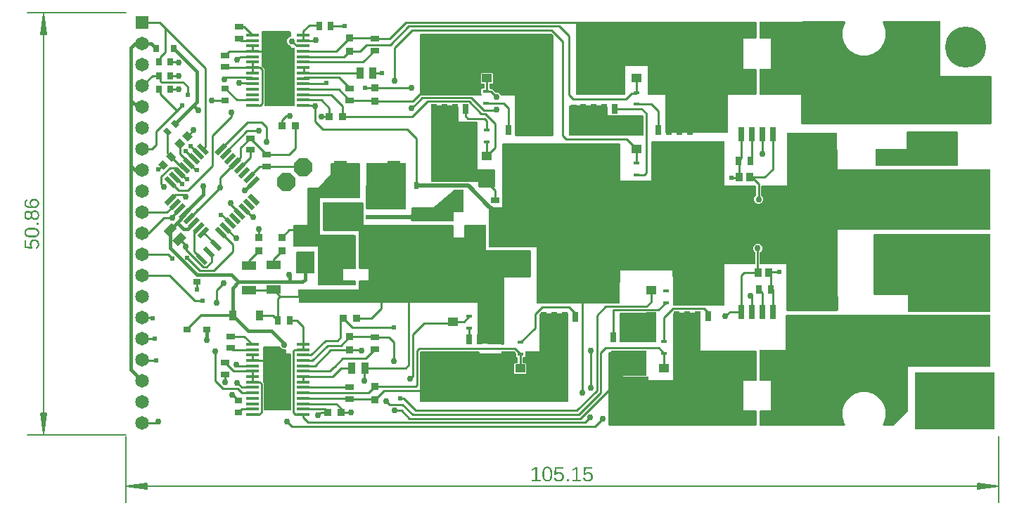
<source format=gbr>
G04 EAGLE Gerber RS-274X export*
G75*
%MOMM*%
%FSLAX34Y34*%
%LPD*%
%INTop Copper*%
%IPPOS*%
%AMOC8*
5,1,8,0,0,1.08239X$1,22.5*%
G01*
G04 Define Apertures*
%ADD10C,0.130000*%
%ADD11R,0.912000X1.397800*%
%ADD12R,2.690800X1.062000*%
%ADD13R,1.753400X0.912000*%
%ADD14R,1.062000X2.690800*%
%ADD15R,0.780000X0.990000*%
%ADD16R,0.990000X0.780000*%
%ADD17R,0.618800X0.954000*%
%ADD18R,0.578800X0.654000*%
%ADD19R,2.200000X0.600000*%
%ADD20R,1.500000X2.200000*%
%ADD21R,2.006600X0.914400*%
%ADD22R,1.750000X1.100000*%
%ADD23R,0.950000X0.900000*%
%ADD24R,0.900000X0.650000*%
%ADD25R,0.900000X0.950000*%
%ADD26R,1.500000X0.550000*%
%ADD27R,0.550000X1.500000*%
%ADD28R,1.143800X0.989000*%
%ADD29R,0.800000X0.450000*%
%ADD30R,0.650000X0.910000*%
%ADD31R,0.940000X0.750000*%
%ADD32R,0.608000X0.839000*%
%ADD33R,0.650000X1.750000*%
%ADD34R,0.890000X0.980000*%
%ADD35R,0.832800X0.755600*%
%ADD36R,0.980000X0.890000*%
%ADD37R,0.910000X1.220000*%
%ADD38R,0.800000X0.900000*%
%ADD39P,2.36437X8X22.5*%
%ADD40R,0.508000X1.447800*%
%ADD41R,0.700000X1.150000*%
%ADD42R,4.700000X1.500000*%
%ADD43R,4.200000X3.100000*%
%ADD44R,1.650000X1.650000*%
%ADD45C,1.650000*%
%ADD46R,5.611800X1.798600*%
%ADD47R,1.650000X0.450000*%
%ADD48R,3.000000X5.000000*%
%ADD49C,4.950000*%
%ADD50R,1.778000X3.378200*%
%ADD51C,0.254000*%
%ADD52C,0.406400*%
%ADD53C,0.756400*%
%ADD54C,0.304800*%
%ADD55C,0.508000*%
%ADD56C,0.606400*%
%ADD57R,0.756400X0.756400*%
%ADD58R,0.606400X0.606400*%
G36*
X1041725Y374101D02*
X1041230Y374000D01*
X814770Y374000D01*
X814312Y374085D01*
X813886Y374358D01*
X813601Y374775D01*
X813500Y375270D01*
X813500Y409400D01*
X813485Y409492D01*
X813420Y409500D01*
X764270Y409500D01*
X763812Y409585D01*
X763386Y409858D01*
X763101Y410275D01*
X763000Y410770D01*
X763000Y439823D01*
X763085Y440281D01*
X763358Y440707D01*
X763775Y440992D01*
X764270Y441093D01*
X776430Y441093D01*
X776495Y441101D01*
X776510Y441193D01*
X776510Y476827D01*
X776502Y476892D01*
X776410Y476907D01*
X764270Y476907D01*
X763812Y476992D01*
X763386Y477265D01*
X763101Y477682D01*
X763000Y478177D01*
X763000Y496234D01*
X763083Y496686D01*
X763354Y497113D01*
X763769Y497401D01*
X764264Y497504D01*
X865460Y497968D01*
X866066Y497817D01*
X866455Y497495D01*
X866687Y497046D01*
X866726Y496542D01*
X866566Y496063D01*
X864623Y492697D01*
X862840Y486044D01*
X862840Y479156D01*
X864623Y472503D01*
X868067Y466537D01*
X872937Y461667D01*
X878903Y458223D01*
X885556Y456440D01*
X892444Y456440D01*
X899097Y458223D01*
X905063Y461667D01*
X909933Y466537D01*
X913377Y472503D01*
X915160Y479156D01*
X915160Y486044D01*
X913377Y492697D01*
X911310Y496278D01*
X911141Y496867D01*
X911223Y497365D01*
X911494Y497792D01*
X911909Y498080D01*
X912404Y498183D01*
X979724Y498492D01*
X980188Y498407D01*
X980614Y498134D01*
X980899Y497717D01*
X981000Y497222D01*
X981000Y432600D01*
X981015Y432508D01*
X981080Y432500D01*
X1041230Y432500D01*
X1041688Y432415D01*
X1042114Y432142D01*
X1042399Y431725D01*
X1042500Y431230D01*
X1042500Y375270D01*
X1042415Y374812D01*
X1042142Y374386D01*
X1041725Y374101D01*
G37*
G36*
X594245Y157601D02*
X593750Y157500D01*
X496270Y157500D01*
X495812Y157585D01*
X495386Y157858D01*
X495101Y158275D01*
X495000Y158770D01*
X495000Y225400D01*
X494985Y225492D01*
X494920Y225500D01*
X438270Y225500D01*
X437812Y225585D01*
X437386Y225858D01*
X437101Y226275D01*
X437000Y226770D01*
X437000Y272230D01*
X437085Y272688D01*
X437358Y273114D01*
X437775Y273399D01*
X438270Y273500D01*
X453400Y273500D01*
X453492Y273515D01*
X453500Y273580D01*
X453500Y349730D01*
X453585Y350188D01*
X453858Y350614D01*
X454275Y350899D01*
X454770Y351000D01*
X594178Y351000D01*
X594636Y350915D01*
X595061Y350642D01*
X595347Y350225D01*
X595448Y349730D01*
X595448Y207556D01*
X595448Y207545D01*
X595020Y158759D01*
X594935Y158312D01*
X594662Y157886D01*
X594245Y157601D01*
G37*
G36*
X720225Y155601D02*
X719730Y155500D01*
X660270Y155500D01*
X659812Y155585D01*
X659386Y155858D01*
X659101Y156275D01*
X659000Y156770D01*
X659000Y197900D01*
X658985Y197992D01*
X658920Y198000D01*
X588770Y198000D01*
X588312Y198085D01*
X587886Y198358D01*
X587601Y198775D01*
X587500Y199270D01*
X587500Y304730D01*
X587585Y305188D01*
X587858Y305614D01*
X588275Y305899D01*
X588770Y306000D01*
X632900Y306000D01*
X632992Y306015D01*
X633000Y306080D01*
X633000Y352230D01*
X633085Y352688D01*
X633358Y353114D01*
X633775Y353399D01*
X634270Y353500D01*
X719730Y353500D01*
X720188Y353415D01*
X720614Y353142D01*
X720899Y352725D01*
X721000Y352230D01*
X721000Y156770D01*
X720915Y156312D01*
X720642Y155886D01*
X720225Y155601D01*
G37*
G36*
X454725Y108101D02*
X454230Y108000D01*
X453738Y108000D01*
X453433Y108037D01*
X452976Y108254D01*
X452640Y108632D01*
X452559Y108872D01*
X452549Y108868D01*
X452494Y109006D01*
X452406Y109021D01*
X426080Y109527D01*
X426007Y109519D01*
X425938Y109382D01*
X425710Y108912D01*
X425302Y108613D01*
X424810Y108497D01*
X424312Y108581D01*
X423886Y108854D01*
X423601Y109271D01*
X423500Y109766D01*
X423500Y158900D01*
X423485Y158992D01*
X423420Y159000D01*
X209547Y159000D01*
X209152Y159063D01*
X208713Y159313D01*
X208405Y159714D01*
X208279Y160203D01*
X207578Y173511D01*
X207662Y174036D01*
X207934Y174462D01*
X208351Y174747D01*
X208847Y174848D01*
X225699Y174848D01*
X225777Y174858D01*
X225911Y174911D01*
X226378Y175000D01*
X280900Y175000D01*
X280992Y175015D01*
X281000Y175080D01*
X281000Y184750D01*
X281085Y185208D01*
X281358Y185634D01*
X281775Y185919D01*
X282270Y186020D01*
X292655Y186020D01*
X292720Y186028D01*
X292735Y186120D01*
X292735Y199100D01*
X292727Y199165D01*
X292635Y199180D01*
X282270Y199180D01*
X281812Y199265D01*
X281386Y199538D01*
X281101Y199955D01*
X281000Y200450D01*
X281000Y245400D01*
X280985Y245492D01*
X280920Y245500D01*
X238770Y245500D01*
X238312Y245585D01*
X237886Y245858D01*
X237601Y246275D01*
X237500Y246770D01*
X237500Y278730D01*
X237585Y279188D01*
X237858Y279614D01*
X238275Y279899D01*
X238770Y280000D01*
X285230Y280000D01*
X285688Y279915D01*
X286114Y279642D01*
X286399Y279225D01*
X286500Y278730D01*
X286500Y253100D01*
X286515Y253008D01*
X286580Y253000D01*
X393450Y253000D01*
X393908Y252915D01*
X394334Y252642D01*
X394619Y252225D01*
X394720Y251730D01*
X394720Y237345D01*
X394728Y237280D01*
X394820Y237265D01*
X407800Y237265D01*
X407865Y237273D01*
X407880Y237365D01*
X407880Y251730D01*
X407965Y252188D01*
X408238Y252614D01*
X408655Y252899D01*
X409150Y253000D01*
X432730Y253000D01*
X433188Y252915D01*
X433614Y252642D01*
X433899Y252225D01*
X434000Y251730D01*
X434000Y222600D01*
X434015Y222508D01*
X434080Y222500D01*
X486730Y222500D01*
X487188Y222415D01*
X487614Y222142D01*
X487899Y221725D01*
X488000Y221230D01*
X488000Y190770D01*
X487915Y190312D01*
X487642Y189886D01*
X487225Y189601D01*
X486730Y189500D01*
X455600Y189500D01*
X455508Y189485D01*
X455500Y189420D01*
X455500Y109270D01*
X455415Y108812D01*
X455142Y108386D01*
X454725Y108101D01*
G37*
G36*
X600725Y409101D02*
X600230Y409000D01*
X543270Y409000D01*
X542812Y409085D01*
X542386Y409358D01*
X542101Y409775D01*
X542000Y410270D01*
X542000Y496230D01*
X542085Y496688D01*
X542358Y497114D01*
X542775Y497399D01*
X543270Y497500D01*
X758230Y497500D01*
X758688Y497415D01*
X759114Y497142D01*
X759399Y496725D01*
X759500Y496230D01*
X759500Y478177D01*
X759415Y477719D01*
X759142Y477293D01*
X758725Y477008D01*
X758230Y476907D01*
X743570Y476907D01*
X743505Y476899D01*
X743490Y476807D01*
X743490Y441173D01*
X743498Y441108D01*
X743590Y441093D01*
X758230Y441093D01*
X758688Y441008D01*
X759114Y440735D01*
X759399Y440318D01*
X759500Y439823D01*
X759500Y410770D01*
X759415Y410312D01*
X759142Y409886D01*
X758725Y409601D01*
X758230Y409500D01*
X629770Y409500D01*
X629312Y409585D01*
X628886Y409858D01*
X628601Y410275D01*
X628500Y410770D01*
X628500Y444400D01*
X628485Y444492D01*
X628420Y444500D01*
X601600Y444500D01*
X601508Y444485D01*
X601500Y444420D01*
X601500Y410270D01*
X601415Y409812D01*
X601142Y409386D01*
X600725Y409101D01*
G37*
G36*
X865448Y11023D02*
X864952Y10922D01*
X764270Y10922D01*
X763812Y11007D01*
X763386Y11280D01*
X763101Y11697D01*
X763000Y12192D01*
X763000Y27823D01*
X763085Y28281D01*
X763358Y28707D01*
X763775Y28992D01*
X764270Y29093D01*
X776430Y29093D01*
X776495Y29101D01*
X776510Y29193D01*
X776510Y64827D01*
X776502Y64892D01*
X776410Y64907D01*
X764270Y64907D01*
X763812Y64992D01*
X763386Y65265D01*
X763101Y65682D01*
X763000Y66177D01*
X763000Y100730D01*
X763085Y101188D01*
X763358Y101614D01*
X763775Y101899D01*
X764270Y102000D01*
X940230Y102000D01*
X940688Y101915D01*
X941114Y101642D01*
X941399Y101225D01*
X941500Y100730D01*
X941500Y28026D01*
X941407Y27549D01*
X941128Y27128D01*
X925294Y11294D01*
X924891Y11023D01*
X924396Y10922D01*
X913048Y10922D01*
X912448Y11072D01*
X912059Y11395D01*
X911826Y11844D01*
X911787Y12348D01*
X911948Y12827D01*
X913377Y15303D01*
X915160Y21956D01*
X915160Y28844D01*
X913377Y35497D01*
X909933Y41463D01*
X905063Y46333D01*
X899097Y49777D01*
X892444Y51560D01*
X885556Y51560D01*
X878903Y49777D01*
X872937Y46333D01*
X868067Y41463D01*
X864623Y35497D01*
X862840Y28844D01*
X862840Y21956D01*
X864623Y15303D01*
X866052Y12827D01*
X866222Y12232D01*
X866137Y11734D01*
X865864Y11308D01*
X865448Y11023D01*
G37*
G36*
X759225Y11023D02*
X758730Y10922D01*
X582231Y10922D01*
X581766Y11010D01*
X581342Y11285D01*
X581059Y11704D01*
X580961Y12200D01*
X581492Y98238D01*
X581578Y98688D01*
X581850Y99114D01*
X582267Y99399D01*
X582762Y99500D01*
X597730Y99500D01*
X598188Y99415D01*
X598614Y99142D01*
X598899Y98725D01*
X599000Y98230D01*
X599000Y65600D01*
X599015Y65508D01*
X599080Y65500D01*
X658900Y65500D01*
X658992Y65515D01*
X659000Y65580D01*
X659000Y145230D01*
X659085Y145688D01*
X659358Y146114D01*
X659775Y146399D01*
X660270Y146500D01*
X690730Y146500D01*
X691188Y146415D01*
X691614Y146142D01*
X691899Y145725D01*
X692000Y145230D01*
X692000Y101100D01*
X692015Y101008D01*
X692080Y101000D01*
X758730Y101000D01*
X759188Y100915D01*
X759614Y100642D01*
X759899Y100225D01*
X760000Y99730D01*
X760000Y66177D01*
X759915Y65719D01*
X759642Y65293D01*
X759225Y65008D01*
X758730Y64907D01*
X743570Y64907D01*
X743505Y64899D01*
X743490Y64807D01*
X743490Y29173D01*
X743498Y29108D01*
X743590Y29093D01*
X758730Y29093D01*
X759188Y29008D01*
X759614Y28735D01*
X759899Y28318D01*
X760000Y27823D01*
X760000Y12192D01*
X759915Y11734D01*
X759642Y11308D01*
X759225Y11023D01*
G37*
G36*
X1040913Y82060D02*
X1040616Y82000D01*
X795762Y82000D01*
X795487Y82051D01*
X795232Y82215D01*
X795060Y82465D01*
X795000Y82762D01*
X795000Y143238D01*
X795051Y143513D01*
X795215Y143768D01*
X795465Y143940D01*
X795762Y144000D01*
X1040616Y144000D01*
X1040891Y143949D01*
X1041146Y143785D01*
X1041318Y143535D01*
X1041378Y143238D01*
X1041378Y82762D01*
X1041327Y82487D01*
X1041163Y82232D01*
X1040913Y82060D01*
G37*
G36*
X1040603Y247101D02*
X1040108Y247000D01*
X833270Y247000D01*
X832812Y247085D01*
X832386Y247358D01*
X832101Y247775D01*
X832000Y248270D01*
X832000Y318230D01*
X832085Y318688D01*
X832358Y319114D01*
X832775Y319399D01*
X833270Y319500D01*
X1040108Y319500D01*
X1040566Y319415D01*
X1040992Y319142D01*
X1041277Y318725D01*
X1041378Y318230D01*
X1041378Y248270D01*
X1041293Y247812D01*
X1041020Y247386D01*
X1040603Y247101D01*
G37*
G36*
X514225Y359601D02*
X513730Y359500D01*
X470270Y359500D01*
X469812Y359585D01*
X469386Y359858D01*
X469101Y360275D01*
X469000Y360770D01*
X469000Y408400D01*
X468985Y408492D01*
X468920Y408500D01*
X452470Y408500D01*
X452003Y408589D01*
X451580Y408865D01*
X451297Y409284D01*
X450998Y410006D01*
X449506Y411498D01*
X447556Y412306D01*
X445671Y412306D01*
X445195Y412399D01*
X444773Y412678D01*
X441257Y416194D01*
X440037Y416194D01*
X439561Y416287D01*
X439139Y416566D01*
X438166Y417539D01*
X437895Y417942D01*
X437794Y418437D01*
X437794Y421648D01*
X437879Y422106D01*
X438152Y422532D01*
X438569Y422817D01*
X439064Y422918D01*
X441350Y422918D01*
X442243Y423811D01*
X442243Y434963D01*
X441350Y435856D01*
X428650Y435856D01*
X427757Y434963D01*
X427757Y423811D01*
X428650Y422918D01*
X430936Y422918D01*
X431394Y422833D01*
X431820Y422560D01*
X432105Y422143D01*
X432206Y421648D01*
X432206Y418444D01*
X432121Y417986D01*
X431848Y417560D01*
X431431Y417275D01*
X430936Y417174D01*
X429269Y417174D01*
X428376Y416281D01*
X428376Y410454D01*
X428482Y410302D01*
X428598Y409810D01*
X428513Y409312D01*
X428241Y408886D01*
X427824Y408601D01*
X427329Y408500D01*
X355770Y408500D01*
X355312Y408585D01*
X354886Y408858D01*
X354601Y409275D01*
X354500Y409770D01*
X354500Y481730D01*
X354585Y482188D01*
X354858Y482614D01*
X355275Y482899D01*
X355770Y483000D01*
X512523Y483000D01*
X512999Y482907D01*
X513421Y482628D01*
X514628Y481421D01*
X514899Y481018D01*
X515000Y480523D01*
X515000Y360770D01*
X514915Y360312D01*
X514642Y359886D01*
X514225Y359601D01*
G37*
G36*
X1040603Y147601D02*
X1040108Y147500D01*
X943402Y147500D01*
X942944Y147585D01*
X942518Y147858D01*
X942233Y148275D01*
X942132Y148770D01*
X942132Y168183D01*
X942124Y168248D01*
X942032Y168263D01*
X901770Y168263D01*
X901312Y168348D01*
X900886Y168621D01*
X900601Y169038D01*
X900500Y169533D01*
X900500Y240230D01*
X900585Y240688D01*
X900858Y241114D01*
X901275Y241399D01*
X901770Y241500D01*
X1040108Y241500D01*
X1040566Y241415D01*
X1040992Y241142D01*
X1041277Y240725D01*
X1041378Y240230D01*
X1041378Y148770D01*
X1041293Y148312D01*
X1041020Y147886D01*
X1040603Y147601D01*
G37*
G36*
X856225Y149101D02*
X855730Y149000D01*
X796705Y149000D01*
X796247Y149085D01*
X795821Y149358D01*
X795536Y149775D01*
X795435Y150270D01*
X795435Y229039D01*
X795528Y229516D01*
X795807Y229937D01*
X796853Y230983D01*
X796909Y231059D01*
X796918Y231128D01*
X796022Y362721D01*
X796108Y363188D01*
X796380Y363614D01*
X796797Y363899D01*
X797292Y364000D01*
X855098Y364000D01*
X855556Y363915D01*
X855982Y363642D01*
X856267Y363225D01*
X856368Y362730D01*
X856368Y344317D01*
X856377Y344242D01*
X856497Y344143D01*
X856494Y344140D01*
X856614Y344057D01*
X856899Y343640D01*
X857000Y343145D01*
X857000Y150270D01*
X856915Y149812D01*
X856642Y149386D01*
X856225Y149101D01*
G37*
G36*
X532225Y39101D02*
X531730Y39000D01*
X355770Y39000D01*
X355312Y39085D01*
X354886Y39358D01*
X354601Y39775D01*
X354500Y40270D01*
X354500Y99230D01*
X354585Y99688D01*
X354858Y100114D01*
X355275Y100399D01*
X355770Y100500D01*
X424730Y100500D01*
X425188Y100415D01*
X425614Y100142D01*
X425899Y99725D01*
X426000Y99230D01*
X426000Y91080D01*
X426008Y91015D01*
X426100Y91000D01*
X452420Y91000D01*
X452485Y91008D01*
X452500Y91100D01*
X452500Y99230D01*
X452585Y99688D01*
X452858Y100114D01*
X453275Y100399D01*
X453770Y100500D01*
X467523Y100500D01*
X467999Y100407D01*
X468421Y100128D01*
X469604Y98945D01*
X469875Y98542D01*
X469976Y98047D01*
X469976Y94119D01*
X470869Y93226D01*
X470936Y93226D01*
X471394Y93141D01*
X471820Y92868D01*
X472105Y92451D01*
X472206Y91956D01*
X472206Y87352D01*
X472121Y86894D01*
X471848Y86468D01*
X471431Y86183D01*
X470936Y86082D01*
X468650Y86082D01*
X467757Y85189D01*
X467757Y74037D01*
X468650Y73144D01*
X481350Y73144D01*
X482243Y74037D01*
X482243Y85189D01*
X481350Y86082D01*
X479064Y86082D01*
X478606Y86167D01*
X478180Y86440D01*
X477895Y86857D01*
X477794Y87352D01*
X477794Y91956D01*
X477879Y92414D01*
X478152Y92840D01*
X478569Y93125D01*
X479064Y93226D01*
X480131Y93226D01*
X481024Y94119D01*
X481024Y99230D01*
X481109Y99688D01*
X481382Y100114D01*
X481799Y100399D01*
X482294Y100500D01*
X497900Y100500D01*
X497992Y100515D01*
X498000Y100580D01*
X498000Y144730D01*
X498085Y145188D01*
X498358Y145614D01*
X498775Y145899D01*
X499270Y146000D01*
X531730Y146000D01*
X532188Y145915D01*
X532614Y145642D01*
X532899Y145225D01*
X533000Y144730D01*
X533000Y40270D01*
X532915Y39812D01*
X532642Y39386D01*
X532225Y39101D01*
G37*
G36*
X757131Y205101D02*
X756636Y205000D01*
X714289Y205000D01*
X713825Y205088D01*
X713401Y205362D01*
X713117Y205781D01*
X713019Y206277D01*
X713494Y298737D01*
X713579Y299188D01*
X713851Y299614D01*
X714268Y299899D01*
X714764Y300000D01*
X757936Y300000D01*
X758394Y299915D01*
X758820Y299642D01*
X759105Y299225D01*
X759206Y298730D01*
X759206Y288736D01*
X759113Y288259D01*
X758834Y287838D01*
X757502Y286506D01*
X756694Y284556D01*
X756694Y282445D01*
X757502Y280494D01*
X758994Y279002D01*
X760945Y278194D01*
X763056Y278194D01*
X765006Y279002D01*
X766498Y280494D01*
X767306Y282445D01*
X767306Y284556D01*
X766498Y286506D01*
X765166Y287838D01*
X764895Y288241D01*
X764794Y288736D01*
X764794Y298730D01*
X764879Y299188D01*
X765152Y299614D01*
X765569Y299899D01*
X766064Y300000D01*
X816730Y300000D01*
X817188Y299915D01*
X817614Y299642D01*
X817899Y299225D01*
X818000Y298730D01*
X818000Y206270D01*
X817915Y205812D01*
X817642Y205386D01*
X817225Y205101D01*
X816730Y205000D01*
X764764Y205000D01*
X764306Y205085D01*
X763880Y205358D01*
X763595Y205775D01*
X763494Y206270D01*
X763494Y218964D01*
X763587Y219441D01*
X763866Y219862D01*
X765498Y221494D01*
X766306Y223445D01*
X766306Y225556D01*
X765498Y227506D01*
X764006Y228998D01*
X762056Y229806D01*
X759945Y229806D01*
X757994Y228998D01*
X756502Y227506D01*
X755694Y225556D01*
X755694Y223445D01*
X756502Y221494D01*
X757534Y220462D01*
X757805Y220059D01*
X757906Y219564D01*
X757906Y206270D01*
X757821Y205812D01*
X757548Y205386D01*
X757131Y205101D01*
G37*
G36*
X1046000Y6000D02*
X950000Y6000D01*
X950000Y75000D01*
X1046000Y75000D01*
X1046000Y6000D01*
G37*
G36*
X1001535Y324060D02*
X1001238Y324000D01*
X903762Y324000D01*
X903487Y324051D01*
X903232Y324215D01*
X903060Y324465D01*
X903000Y324762D01*
X903000Y343475D01*
X903051Y343750D01*
X903215Y344005D01*
X903465Y344177D01*
X903762Y344237D01*
X940570Y344237D01*
X940625Y344246D01*
X940626Y344249D01*
X940632Y344289D01*
X940632Y364238D01*
X940683Y364513D01*
X940847Y364768D01*
X941097Y364940D01*
X941394Y365000D01*
X1001238Y365000D01*
X1001513Y364949D01*
X1001768Y364785D01*
X1001940Y364535D01*
X1002000Y364238D01*
X1002000Y324762D01*
X1001949Y324487D01*
X1001785Y324232D01*
X1001535Y324060D01*
G37*
G36*
X444225Y304101D02*
X443730Y304000D01*
X414676Y304000D01*
X414199Y304093D01*
X414180Y304106D01*
X368770Y304106D01*
X368312Y304191D01*
X367886Y304464D01*
X367601Y304881D01*
X367500Y305376D01*
X367500Y395726D01*
X367592Y396202D01*
X367871Y396623D01*
X368292Y396903D01*
X368789Y396996D01*
X399249Y396534D01*
X399688Y396449D01*
X400114Y396176D01*
X400399Y395760D01*
X400500Y395264D01*
X400500Y319600D01*
X400515Y319508D01*
X400580Y319500D01*
X443730Y319500D01*
X444188Y319415D01*
X444614Y319142D01*
X444899Y318725D01*
X445000Y318230D01*
X445000Y305270D01*
X444915Y304812D01*
X444642Y304386D01*
X444225Y304101D01*
G37*
G36*
X724225Y363601D02*
X723730Y363500D01*
X651270Y363500D01*
X650812Y363585D01*
X650386Y363858D01*
X650101Y364275D01*
X650000Y364770D01*
X650000Y409730D01*
X650085Y410188D01*
X650358Y410614D01*
X650775Y410899D01*
X651270Y411000D01*
X723730Y411000D01*
X724188Y410915D01*
X724614Y410642D01*
X724899Y410225D01*
X725000Y409730D01*
X725000Y364770D01*
X724915Y364312D01*
X724642Y363886D01*
X724225Y363601D01*
G37*
G36*
X276225Y179601D02*
X275730Y179500D01*
X232770Y179500D01*
X232312Y179585D01*
X231886Y179858D01*
X231601Y180275D01*
X231500Y180770D01*
X231500Y226400D01*
X231485Y226492D01*
X231420Y226500D01*
X203270Y226500D01*
X202812Y226585D01*
X202386Y226858D01*
X202101Y227275D01*
X202000Y227770D01*
X202000Y251730D01*
X202085Y252188D01*
X202358Y252614D01*
X202775Y252899D01*
X203270Y253000D01*
X233230Y253000D01*
X233688Y252915D01*
X234114Y252642D01*
X234399Y252225D01*
X234500Y251730D01*
X234500Y240600D01*
X234515Y240508D01*
X234580Y240500D01*
X275730Y240500D01*
X276188Y240415D01*
X276614Y240142D01*
X276899Y239725D01*
X277000Y239230D01*
X277000Y200450D01*
X276915Y199992D01*
X276642Y199566D01*
X276225Y199281D01*
X275730Y199180D01*
X262145Y199180D01*
X262080Y199172D01*
X262065Y199080D01*
X262065Y186100D01*
X262073Y186035D01*
X262165Y186020D01*
X275730Y186020D01*
X276188Y185935D01*
X276614Y185662D01*
X276899Y185245D01*
X277000Y184750D01*
X277000Y180770D01*
X276915Y180312D01*
X276642Y179886D01*
X276225Y179601D01*
G37*
G36*
X202725Y395601D02*
X202230Y395500D01*
X168017Y395500D01*
X167579Y395578D01*
X167148Y395844D01*
X166856Y396256D01*
X166748Y396750D01*
X166840Y397247D01*
X167119Y397668D01*
X167294Y397843D01*
X167294Y440657D01*
X163872Y444079D01*
X163601Y444482D01*
X163500Y444977D01*
X163500Y484730D01*
X163585Y485188D01*
X163858Y485614D01*
X164275Y485899D01*
X164770Y486000D01*
X197730Y486000D01*
X198188Y485915D01*
X198614Y485642D01*
X198899Y485225D01*
X199000Y484730D01*
X199000Y480178D01*
X198911Y479710D01*
X198635Y479287D01*
X198216Y479004D01*
X196994Y478498D01*
X195502Y477006D01*
X194694Y475056D01*
X194694Y472945D01*
X195502Y470994D01*
X196994Y469502D01*
X198216Y468996D01*
X198614Y468735D01*
X198899Y468318D01*
X199000Y467822D01*
X199000Y466600D01*
X199015Y466508D01*
X199080Y466500D01*
X202230Y466500D01*
X202688Y466415D01*
X203114Y466142D01*
X203399Y465725D01*
X203500Y465230D01*
X203500Y396770D01*
X203415Y396312D01*
X203142Y395886D01*
X202725Y395601D01*
G37*
G36*
X622725Y360101D02*
X622230Y360000D01*
X535270Y360000D01*
X534812Y360085D01*
X534386Y360358D01*
X534101Y360775D01*
X534000Y361270D01*
X534000Y395230D01*
X534085Y395688D01*
X534358Y396114D01*
X534775Y396399D01*
X535270Y396500D01*
X578730Y396500D01*
X579188Y396415D01*
X579614Y396142D01*
X579899Y395725D01*
X580000Y395230D01*
X580000Y384600D01*
X580015Y384508D01*
X580080Y384500D01*
X622230Y384500D01*
X622688Y384415D01*
X623114Y384142D01*
X623399Y383725D01*
X623500Y383230D01*
X623500Y361270D01*
X623415Y360812D01*
X623142Y360386D01*
X622725Y360101D01*
G37*
G36*
X336725Y271601D02*
X336230Y271500D01*
X290777Y271500D01*
X290313Y271588D01*
X289889Y271863D01*
X289605Y272282D01*
X289508Y272777D01*
X289822Y326237D01*
X289907Y326688D01*
X290180Y327114D01*
X290597Y327399D01*
X291092Y327500D01*
X336230Y327500D01*
X336688Y327415D01*
X337114Y327142D01*
X337399Y326725D01*
X337500Y326230D01*
X337500Y272770D01*
X337415Y272312D01*
X337142Y271886D01*
X336725Y271601D01*
G37*
G36*
X198431Y29101D02*
X197936Y29000D01*
X167564Y29000D01*
X167106Y29085D01*
X166680Y29358D01*
X166395Y29775D01*
X166294Y30270D01*
X166294Y62157D01*
X165872Y62579D01*
X165601Y62982D01*
X165500Y63477D01*
X165500Y104730D01*
X165585Y105188D01*
X165858Y105614D01*
X166275Y105899D01*
X166770Y106000D01*
X185237Y106000D01*
X185704Y105911D01*
X186128Y105635D01*
X186410Y105216D01*
X186502Y104994D01*
X187994Y103502D01*
X189945Y102694D01*
X192230Y102694D01*
X192688Y102609D01*
X193114Y102336D01*
X193399Y101919D01*
X193500Y101424D01*
X193500Y97600D01*
X193515Y97508D01*
X193580Y97500D01*
X197936Y97500D01*
X198394Y97415D01*
X198820Y97142D01*
X199105Y96725D01*
X199206Y96230D01*
X199206Y30270D01*
X199121Y29812D01*
X198848Y29386D01*
X198431Y29101D01*
G37*
G36*
X233725Y250101D02*
X233230Y250000D01*
X220270Y250000D01*
X219812Y250085D01*
X219386Y250358D01*
X219101Y250775D01*
X219000Y251270D01*
X219000Y296230D01*
X219085Y296688D01*
X219358Y297114D01*
X219775Y297399D01*
X220270Y297500D01*
X246900Y297500D01*
X246992Y297515D01*
X247000Y297580D01*
X247000Y325730D01*
X247085Y326188D01*
X247358Y326614D01*
X247775Y326899D01*
X248270Y327000D01*
X281230Y327000D01*
X281688Y326915D01*
X282114Y326642D01*
X282399Y326225D01*
X282500Y325730D01*
X282500Y286270D01*
X282415Y285812D01*
X282142Y285386D01*
X281725Y285101D01*
X281230Y285000D01*
X234600Y285000D01*
X234508Y284985D01*
X234500Y284920D01*
X234500Y251270D01*
X234415Y250812D01*
X234142Y250386D01*
X233725Y250101D01*
G37*
G36*
X1040913Y149060D02*
X1040616Y149000D01*
X943262Y149000D01*
X942987Y149051D01*
X942732Y149215D01*
X942560Y149465D01*
X942500Y149762D01*
X942500Y166234D01*
X942553Y166512D01*
X942717Y166767D01*
X942968Y166937D01*
X943266Y166996D01*
X1040620Y166537D01*
X1040891Y166486D01*
X1041146Y166323D01*
X1041318Y166072D01*
X1041378Y165775D01*
X1041378Y149762D01*
X1041327Y149487D01*
X1041163Y149232D01*
X1040913Y149060D01*
G37*
G36*
X638225Y111101D02*
X637730Y111000D01*
X596270Y111000D01*
X595812Y111085D01*
X595386Y111358D01*
X595101Y111775D01*
X595000Y112270D01*
X595000Y145730D01*
X595085Y146188D01*
X595358Y146614D01*
X595775Y146899D01*
X596270Y147000D01*
X637730Y147000D01*
X638188Y146915D01*
X638614Y146642D01*
X638899Y146225D01*
X639000Y145730D01*
X639000Y112270D01*
X638915Y111812D01*
X638642Y111386D01*
X638225Y111101D01*
G37*
G36*
X423225Y314601D02*
X422730Y314500D01*
X401770Y314500D01*
X401312Y314585D01*
X400886Y314858D01*
X400601Y315275D01*
X400500Y315770D01*
X400500Y316000D01*
X400011Y375720D01*
X400096Y376188D01*
X400368Y376614D01*
X400785Y376899D01*
X401280Y377000D01*
X422730Y377000D01*
X423188Y376915D01*
X423614Y376642D01*
X423899Y376225D01*
X424000Y375730D01*
X424000Y315770D01*
X423915Y315312D01*
X423642Y314886D01*
X423225Y314601D01*
G37*
G36*
X393945Y257101D02*
X393450Y257000D01*
X344816Y257000D01*
X344316Y257102D01*
X343901Y257390D01*
X343630Y257817D01*
X343547Y258315D01*
X344046Y272275D01*
X344130Y272688D01*
X344403Y273114D01*
X344819Y273399D01*
X345315Y273500D01*
X395900Y273500D01*
X395992Y273515D01*
X396000Y273580D01*
X396000Y293730D01*
X396085Y294188D01*
X396358Y294614D01*
X396775Y294899D01*
X397270Y295000D01*
X405730Y295000D01*
X406188Y294915D01*
X406614Y294642D01*
X406899Y294225D01*
X407000Y293730D01*
X407000Y269205D01*
X406915Y268747D01*
X406642Y268321D01*
X406225Y268036D01*
X405730Y267935D01*
X394800Y267935D01*
X394735Y267927D01*
X394720Y267835D01*
X394720Y258270D01*
X394635Y257812D01*
X394362Y257386D01*
X393945Y257101D01*
G37*
G36*
X226678Y194144D02*
X226179Y194063D01*
X225975Y194114D01*
X225973Y194105D01*
X225679Y194152D01*
X206270Y194152D01*
X205812Y194237D01*
X205386Y194510D01*
X205101Y194927D01*
X205000Y195422D01*
X205000Y219230D01*
X205085Y219688D01*
X205358Y220114D01*
X205775Y220399D01*
X206270Y220500D01*
X226230Y220500D01*
X226688Y220415D01*
X227114Y220142D01*
X227399Y219725D01*
X227500Y219230D01*
X227500Y195332D01*
X227395Y194828D01*
X227106Y194413D01*
X226678Y194144D01*
G37*
G36*
X396225Y270101D02*
X395730Y270000D01*
X369766Y270000D01*
X369237Y270115D01*
X368829Y270413D01*
X368569Y270847D01*
X368499Y271347D01*
X368629Y271836D01*
X368940Y272234D01*
X394904Y294489D01*
X395198Y294677D01*
X395690Y294794D01*
X396188Y294709D01*
X396614Y294437D01*
X396899Y294020D01*
X397000Y293524D01*
X397000Y271270D01*
X396915Y270812D01*
X396642Y270386D01*
X396225Y270101D01*
G37*
G36*
X250225Y293101D02*
X249730Y293000D01*
X231185Y293000D01*
X230802Y293059D01*
X230360Y293305D01*
X230049Y293703D01*
X229918Y294191D01*
X229988Y294692D01*
X230247Y295126D01*
X248792Y315465D01*
X249198Y315762D01*
X249690Y315879D01*
X250188Y315794D01*
X250614Y315522D01*
X250899Y315105D01*
X251000Y314609D01*
X251000Y294270D01*
X250915Y293812D01*
X250642Y293386D01*
X250225Y293101D01*
G37*
G36*
X443725Y298101D02*
X443230Y298000D01*
X425770Y298000D01*
X425312Y298085D01*
X424886Y298358D01*
X424601Y298775D01*
X424500Y299270D01*
X424500Y304275D01*
X424574Y304702D01*
X424835Y305135D01*
X425245Y305431D01*
X425737Y305545D01*
X443197Y305992D01*
X443688Y305907D01*
X444114Y305635D01*
X444399Y305218D01*
X444500Y304723D01*
X444500Y299270D01*
X444415Y298812D01*
X444142Y298386D01*
X443725Y298101D01*
G37*
G36*
X533426Y-56255D02*
X531034Y-56255D01*
X531034Y-53568D01*
X533426Y-53568D01*
X533426Y-56255D01*
G37*
G36*
X548455Y-56255D02*
X537622Y-56255D01*
X537622Y-54378D01*
X542026Y-54378D01*
X542026Y-41079D01*
X538125Y-43864D01*
X538125Y-41779D01*
X542210Y-38969D01*
X544247Y-38969D01*
X544247Y-54378D01*
X548455Y-54378D01*
X548455Y-56255D01*
G37*
G36*
X499580Y-56255D02*
X488747Y-56255D01*
X488747Y-54378D01*
X493151Y-54378D01*
X493151Y-41079D01*
X489250Y-43864D01*
X489250Y-41779D01*
X493335Y-38969D01*
X495372Y-38969D01*
X495372Y-54378D01*
X499580Y-54378D01*
X499580Y-56255D01*
G37*
G36*
X556461Y-56500D02*
X555872Y-56484D01*
X555311Y-56434D01*
X554780Y-56352D01*
X554277Y-56237D01*
X553804Y-56088D01*
X553360Y-55907D01*
X552946Y-55693D01*
X552560Y-55445D01*
X552206Y-55167D01*
X551886Y-54859D01*
X551600Y-54521D01*
X551348Y-54154D01*
X551131Y-53758D01*
X550947Y-53331D01*
X550798Y-52876D01*
X550683Y-52391D01*
X552916Y-52133D01*
X553012Y-52443D01*
X553125Y-52734D01*
X553255Y-53004D01*
X553403Y-53255D01*
X553567Y-53485D01*
X553749Y-53695D01*
X553948Y-53886D01*
X554164Y-54056D01*
X554397Y-54206D01*
X554648Y-54336D01*
X554915Y-54447D01*
X555200Y-54537D01*
X555502Y-54607D01*
X555821Y-54657D01*
X556157Y-54687D01*
X556510Y-54697D01*
X556943Y-54680D01*
X557351Y-54630D01*
X557736Y-54546D01*
X558096Y-54429D01*
X558432Y-54278D01*
X558744Y-54093D01*
X559032Y-53875D01*
X559295Y-53624D01*
X559531Y-53343D01*
X559735Y-53037D01*
X559908Y-52705D01*
X560050Y-52349D01*
X560160Y-51968D01*
X560238Y-51561D01*
X560285Y-51130D01*
X560301Y-50673D01*
X560285Y-50275D01*
X560238Y-49896D01*
X560159Y-49537D01*
X560048Y-49198D01*
X559906Y-48878D01*
X559732Y-48578D01*
X559526Y-48297D01*
X559289Y-48035D01*
X559025Y-47800D01*
X558739Y-47595D01*
X558431Y-47422D01*
X558100Y-47281D01*
X557748Y-47171D01*
X557374Y-47092D01*
X556978Y-47045D01*
X556559Y-47029D01*
X556119Y-47047D01*
X555694Y-47100D01*
X555285Y-47188D01*
X554891Y-47312D01*
X554504Y-47477D01*
X554118Y-47692D01*
X553732Y-47956D01*
X553345Y-48269D01*
X551186Y-48269D01*
X551763Y-38969D01*
X561589Y-38969D01*
X561589Y-40846D01*
X553774Y-40846D01*
X553443Y-46330D01*
X553813Y-46071D01*
X554205Y-45847D01*
X554618Y-45657D01*
X555053Y-45502D01*
X555511Y-45381D01*
X555990Y-45295D01*
X556491Y-45243D01*
X557013Y-45226D01*
X557635Y-45249D01*
X558224Y-45320D01*
X558781Y-45437D01*
X559306Y-45600D01*
X559798Y-45811D01*
X560258Y-46068D01*
X560685Y-46372D01*
X561080Y-46723D01*
X561435Y-47111D01*
X561743Y-47528D01*
X562003Y-47973D01*
X562216Y-48446D01*
X562382Y-48948D01*
X562501Y-49478D01*
X562572Y-50037D01*
X562595Y-50624D01*
X562589Y-50961D01*
X562570Y-51290D01*
X562538Y-51609D01*
X562494Y-51919D01*
X562436Y-52220D01*
X562367Y-52512D01*
X562284Y-52795D01*
X562189Y-53068D01*
X561960Y-53588D01*
X561681Y-54072D01*
X561351Y-54519D01*
X560970Y-54930D01*
X560544Y-55298D01*
X560078Y-55617D01*
X559574Y-55887D01*
X559030Y-56108D01*
X558447Y-56280D01*
X558140Y-56347D01*
X557824Y-56402D01*
X557498Y-56445D01*
X557162Y-56476D01*
X556817Y-56494D01*
X556461Y-56500D01*
G37*
G36*
X521555Y-56500D02*
X520965Y-56484D01*
X520405Y-56434D01*
X519873Y-56352D01*
X519371Y-56237D01*
X518898Y-56088D01*
X518454Y-55907D01*
X518039Y-55693D01*
X517654Y-55445D01*
X517300Y-55167D01*
X516980Y-54859D01*
X516694Y-54521D01*
X516442Y-54154D01*
X516225Y-53758D01*
X516041Y-53331D01*
X515892Y-52876D01*
X515777Y-52391D01*
X518009Y-52133D01*
X518105Y-52443D01*
X518219Y-52734D01*
X518349Y-53004D01*
X518496Y-53255D01*
X518661Y-53485D01*
X518843Y-53695D01*
X519042Y-53886D01*
X519258Y-54056D01*
X519491Y-54206D01*
X519741Y-54336D01*
X520009Y-54447D01*
X520294Y-54537D01*
X520595Y-54607D01*
X520914Y-54657D01*
X521251Y-54687D01*
X521604Y-54697D01*
X522037Y-54680D01*
X522445Y-54630D01*
X522829Y-54546D01*
X523190Y-54429D01*
X523526Y-54278D01*
X523838Y-54093D01*
X524125Y-53875D01*
X524389Y-53624D01*
X524625Y-53343D01*
X524829Y-53037D01*
X525002Y-52705D01*
X525143Y-52349D01*
X525253Y-51968D01*
X525332Y-51561D01*
X525379Y-51130D01*
X525395Y-50673D01*
X525379Y-50275D01*
X525332Y-49896D01*
X525253Y-49537D01*
X525142Y-49198D01*
X524999Y-48878D01*
X524826Y-48578D01*
X524620Y-48297D01*
X524383Y-48035D01*
X524119Y-47800D01*
X523833Y-47595D01*
X523524Y-47422D01*
X523194Y-47281D01*
X522842Y-47171D01*
X522468Y-47092D01*
X522071Y-47045D01*
X521653Y-47029D01*
X521213Y-47047D01*
X520788Y-47100D01*
X520379Y-47188D01*
X519985Y-47312D01*
X519598Y-47477D01*
X519212Y-47692D01*
X518825Y-47956D01*
X518439Y-48269D01*
X516280Y-48269D01*
X516856Y-38969D01*
X526683Y-38969D01*
X526683Y-40846D01*
X518868Y-40846D01*
X518537Y-46330D01*
X518907Y-46071D01*
X519298Y-45847D01*
X519712Y-45657D01*
X520147Y-45502D01*
X520604Y-45381D01*
X521083Y-45295D01*
X521584Y-45243D01*
X522107Y-45226D01*
X522729Y-45249D01*
X523318Y-45320D01*
X523875Y-45437D01*
X524400Y-45600D01*
X524892Y-45811D01*
X525352Y-46068D01*
X525779Y-46372D01*
X526174Y-46723D01*
X526529Y-47111D01*
X526837Y-47528D01*
X527097Y-47973D01*
X527310Y-48446D01*
X527476Y-48948D01*
X527594Y-49478D01*
X527665Y-50037D01*
X527689Y-50624D01*
X527683Y-50961D01*
X527664Y-51290D01*
X527632Y-51609D01*
X527587Y-51919D01*
X527530Y-52220D01*
X527460Y-52512D01*
X527378Y-52795D01*
X527283Y-53068D01*
X527054Y-53588D01*
X526775Y-54072D01*
X526444Y-54519D01*
X526063Y-54930D01*
X525637Y-55298D01*
X525172Y-55617D01*
X524667Y-55887D01*
X524124Y-56108D01*
X523540Y-56280D01*
X523234Y-56347D01*
X522918Y-56402D01*
X522592Y-56445D01*
X522256Y-56476D01*
X521910Y-56494D01*
X521555Y-56500D01*
G37*
G36*
X507758Y-56500D02*
X507391Y-56491D01*
X507036Y-56465D01*
X506692Y-56421D01*
X506360Y-56359D01*
X506040Y-56279D01*
X505731Y-56181D01*
X505434Y-56066D01*
X505148Y-55933D01*
X504874Y-55782D01*
X504611Y-55614D01*
X504360Y-55428D01*
X504121Y-55224D01*
X503894Y-55002D01*
X503677Y-54763D01*
X503473Y-54506D01*
X503280Y-54231D01*
X503099Y-53939D01*
X502929Y-53631D01*
X502771Y-53306D01*
X502625Y-52966D01*
X502491Y-52609D01*
X502368Y-52235D01*
X502257Y-51846D01*
X502158Y-51440D01*
X502070Y-51018D01*
X501994Y-50579D01*
X501930Y-50124D01*
X501877Y-49653D01*
X501836Y-49166D01*
X501807Y-48662D01*
X501789Y-48142D01*
X501783Y-47606D01*
X501806Y-46528D01*
X501834Y-46015D01*
X501874Y-45519D01*
X501925Y-45041D01*
X501988Y-44580D01*
X502062Y-44137D01*
X502147Y-43711D01*
X502243Y-43303D01*
X502351Y-42912D01*
X502471Y-42538D01*
X502601Y-42182D01*
X502743Y-41843D01*
X502896Y-41522D01*
X503061Y-41219D01*
X503237Y-40932D01*
X503425Y-40663D01*
X503627Y-40412D01*
X503842Y-40178D01*
X504069Y-39961D01*
X504310Y-39761D01*
X504565Y-39579D01*
X504832Y-39414D01*
X505113Y-39267D01*
X505406Y-39137D01*
X505713Y-39024D01*
X506033Y-38929D01*
X506367Y-38850D01*
X506713Y-38790D01*
X507073Y-38746D01*
X507446Y-38720D01*
X507832Y-38712D01*
X508207Y-38720D01*
X508570Y-38747D01*
X508921Y-38791D01*
X509259Y-38852D01*
X509584Y-38931D01*
X509897Y-39027D01*
X510198Y-39141D01*
X510486Y-39273D01*
X510762Y-39422D01*
X511025Y-39589D01*
X511275Y-39773D01*
X511513Y-39975D01*
X511739Y-40194D01*
X511952Y-40431D01*
X512152Y-40685D01*
X512340Y-40957D01*
X512516Y-41246D01*
X512681Y-41552D01*
X512834Y-41875D01*
X512976Y-42214D01*
X513107Y-42571D01*
X513226Y-42944D01*
X513334Y-43334D01*
X513430Y-43742D01*
X513516Y-44166D01*
X513589Y-44607D01*
X513652Y-45064D01*
X513703Y-45539D01*
X513771Y-46539D01*
X513794Y-47606D01*
X513788Y-48139D01*
X513770Y-48657D01*
X513740Y-49158D01*
X513698Y-49643D01*
X513645Y-50113D01*
X513579Y-50566D01*
X513501Y-51003D01*
X513412Y-51424D01*
X513311Y-51830D01*
X513197Y-52219D01*
X513072Y-52592D01*
X512935Y-52950D01*
X512786Y-53291D01*
X512624Y-53616D01*
X512451Y-53925D01*
X512266Y-54219D01*
X512070Y-54495D01*
X511862Y-54753D01*
X511643Y-54994D01*
X511412Y-55217D01*
X511170Y-55422D01*
X510916Y-55609D01*
X510652Y-55778D01*
X510376Y-55930D01*
X510088Y-56064D01*
X509789Y-56180D01*
X509479Y-56278D01*
X509158Y-56358D01*
X508825Y-56420D01*
X508481Y-56465D01*
X508125Y-56491D01*
X507758Y-56500D01*
G37*
%LPC*%
G36*
X507782Y-54697D02*
X508022Y-54690D01*
X508254Y-54670D01*
X508477Y-54636D01*
X508693Y-54588D01*
X508900Y-54527D01*
X509099Y-54452D01*
X509290Y-54364D01*
X509472Y-54261D01*
X509813Y-54016D01*
X510122Y-53717D01*
X510398Y-53363D01*
X510641Y-52955D01*
X510854Y-52490D01*
X511038Y-51967D01*
X511194Y-51386D01*
X511322Y-50747D01*
X511421Y-50049D01*
X511492Y-49293D01*
X511535Y-48479D01*
X511549Y-47606D01*
X511535Y-46703D01*
X511495Y-45864D01*
X511427Y-45090D01*
X511333Y-44380D01*
X511211Y-43734D01*
X511062Y-43153D01*
X510887Y-42636D01*
X510684Y-42184D01*
X510450Y-41790D01*
X510181Y-41448D01*
X509877Y-41159D01*
X509538Y-40923D01*
X509164Y-40739D01*
X508964Y-40667D01*
X508755Y-40608D01*
X508537Y-40562D01*
X508311Y-40529D01*
X508076Y-40509D01*
X507832Y-40503D01*
X507581Y-40509D01*
X507340Y-40529D01*
X507108Y-40561D01*
X506885Y-40606D01*
X506671Y-40665D01*
X506465Y-40736D01*
X506082Y-40917D01*
X505734Y-41150D01*
X505422Y-41434D01*
X505146Y-41771D01*
X504906Y-42159D01*
X504697Y-42606D01*
X504516Y-43121D01*
X504364Y-43701D01*
X504239Y-44349D01*
X504141Y-45063D01*
X504072Y-45844D01*
X504030Y-46692D01*
X504016Y-47606D01*
X504030Y-48495D01*
X504073Y-49323D01*
X504143Y-50089D01*
X504242Y-50793D01*
X504368Y-51435D01*
X504523Y-52016D01*
X504707Y-52535D01*
X504918Y-52992D01*
X505160Y-53391D01*
X505435Y-53738D01*
X505743Y-54031D01*
X506085Y-54271D01*
X506460Y-54457D01*
X506659Y-54530D01*
X506867Y-54590D01*
X507084Y-54637D01*
X507308Y-54670D01*
X507541Y-54690D01*
X507782Y-54697D01*
G37*
%LPD*%
G36*
X-104245Y252711D02*
X-106932Y252711D01*
X-106932Y255103D01*
X-104245Y255103D01*
X-104245Y252711D01*
G37*
G36*
X-108109Y223485D02*
X-108367Y225718D01*
X-108057Y225814D01*
X-107766Y225927D01*
X-107496Y226057D01*
X-107245Y226205D01*
X-107015Y226370D01*
X-106805Y226551D01*
X-106614Y226750D01*
X-106444Y226966D01*
X-106294Y227200D01*
X-106164Y227450D01*
X-106053Y227718D01*
X-105963Y228002D01*
X-105893Y228304D01*
X-105843Y228623D01*
X-105813Y228959D01*
X-105803Y229313D01*
X-105820Y229745D01*
X-105870Y230154D01*
X-105954Y230538D01*
X-106071Y230898D01*
X-106222Y231234D01*
X-106407Y231546D01*
X-106625Y231834D01*
X-106877Y232097D01*
X-107157Y232333D01*
X-107463Y232538D01*
X-107795Y232710D01*
X-108151Y232852D01*
X-108532Y232962D01*
X-108939Y233041D01*
X-109370Y233088D01*
X-109827Y233103D01*
X-110225Y233088D01*
X-110604Y233040D01*
X-110963Y232961D01*
X-111302Y232850D01*
X-111622Y232708D01*
X-111923Y232534D01*
X-112203Y232329D01*
X-112465Y232091D01*
X-112700Y231827D01*
X-112905Y231541D01*
X-113078Y231233D01*
X-113219Y230903D01*
X-113329Y230551D01*
X-113408Y230176D01*
X-113455Y229780D01*
X-113471Y229362D01*
X-113453Y228922D01*
X-113400Y228497D01*
X-113312Y228087D01*
X-113188Y227693D01*
X-113023Y227307D01*
X-112808Y226920D01*
X-112544Y226534D01*
X-112232Y226147D01*
X-112232Y223988D01*
X-121531Y224565D01*
X-121531Y234392D01*
X-119654Y234392D01*
X-119654Y226577D01*
X-114170Y226246D01*
X-114429Y226615D01*
X-114653Y227007D01*
X-114843Y227420D01*
X-114998Y227856D01*
X-115119Y228313D01*
X-115205Y228792D01*
X-115257Y229293D01*
X-115274Y229816D01*
X-115251Y230437D01*
X-115180Y231027D01*
X-115064Y231584D01*
X-114900Y232108D01*
X-114689Y232600D01*
X-114432Y233060D01*
X-114128Y233487D01*
X-113777Y233882D01*
X-113389Y234238D01*
X-112972Y234545D01*
X-112527Y234806D01*
X-112054Y235019D01*
X-111552Y235184D01*
X-111022Y235303D01*
X-110463Y235374D01*
X-109876Y235398D01*
X-109539Y235391D01*
X-109210Y235372D01*
X-108891Y235340D01*
X-108581Y235296D01*
X-108280Y235239D01*
X-107988Y235169D01*
X-107705Y235086D01*
X-107432Y234991D01*
X-106912Y234763D01*
X-106428Y234483D01*
X-105981Y234153D01*
X-105570Y233772D01*
X-105202Y233346D01*
X-104883Y232881D01*
X-104613Y232376D01*
X-104392Y231832D01*
X-104220Y231249D01*
X-104153Y230943D01*
X-104098Y230626D01*
X-104055Y230300D01*
X-104024Y229965D01*
X-104006Y229619D01*
X-104000Y229264D01*
X-104016Y228674D01*
X-104066Y228113D01*
X-104148Y227582D01*
X-104263Y227080D01*
X-104412Y226607D01*
X-104593Y226163D01*
X-104807Y225748D01*
X-105055Y225362D01*
X-105333Y225008D01*
X-105641Y224688D01*
X-105979Y224402D01*
X-106346Y224151D01*
X-106743Y223933D01*
X-107169Y223750D01*
X-107624Y223600D01*
X-108109Y223485D01*
G37*
G36*
X-112489Y272630D02*
X-113042Y272636D01*
X-113579Y272655D01*
X-114100Y272687D01*
X-114604Y272731D01*
X-115092Y272787D01*
X-115563Y272856D01*
X-116019Y272938D01*
X-116458Y273032D01*
X-116881Y273139D01*
X-117287Y273258D01*
X-117677Y273390D01*
X-118051Y273534D01*
X-118409Y273691D01*
X-118750Y273861D01*
X-119075Y274043D01*
X-119384Y274237D01*
X-119675Y274443D01*
X-119947Y274660D01*
X-120201Y274888D01*
X-120436Y275126D01*
X-120652Y275375D01*
X-120849Y275634D01*
X-121028Y275904D01*
X-121187Y276185D01*
X-121328Y276476D01*
X-121450Y276778D01*
X-121554Y277091D01*
X-121638Y277414D01*
X-121704Y277748D01*
X-121751Y278092D01*
X-121779Y278447D01*
X-121788Y278813D01*
X-121775Y279291D01*
X-121733Y279746D01*
X-121665Y280179D01*
X-121568Y280589D01*
X-121444Y280976D01*
X-121293Y281341D01*
X-121114Y281683D01*
X-120908Y282003D01*
X-120674Y282300D01*
X-120413Y282574D01*
X-120124Y282826D01*
X-119808Y283055D01*
X-119464Y283261D01*
X-119093Y283445D01*
X-118694Y283606D01*
X-118267Y283745D01*
X-117887Y281635D01*
X-118143Y281548D01*
X-118382Y281448D01*
X-118604Y281337D01*
X-118810Y281213D01*
X-119000Y281078D01*
X-119173Y280930D01*
X-119330Y280770D01*
X-119470Y280598D01*
X-119593Y280414D01*
X-119700Y280218D01*
X-119791Y280010D01*
X-119865Y279790D01*
X-119923Y279558D01*
X-119964Y279314D01*
X-119989Y279057D01*
X-119997Y278789D01*
X-119990Y278556D01*
X-119970Y278330D01*
X-119935Y278110D01*
X-119887Y277897D01*
X-119825Y277691D01*
X-119750Y277492D01*
X-119557Y277113D01*
X-119310Y276760D01*
X-119007Y276434D01*
X-118649Y276135D01*
X-118237Y275863D01*
X-117772Y275620D01*
X-117258Y275409D01*
X-116695Y275231D01*
X-116082Y275085D01*
X-115420Y274972D01*
X-114709Y274891D01*
X-113949Y274842D01*
X-113139Y274826D01*
X-113410Y274984D01*
X-113664Y275157D01*
X-113902Y275346D01*
X-114122Y275550D01*
X-114326Y275769D01*
X-114514Y276004D01*
X-114684Y276254D01*
X-114838Y276519D01*
X-114975Y276797D01*
X-115093Y277085D01*
X-115194Y277383D01*
X-115276Y277691D01*
X-115339Y278009D01*
X-115385Y278336D01*
X-115412Y278674D01*
X-115421Y279022D01*
X-115398Y279604D01*
X-115328Y280156D01*
X-115211Y280677D01*
X-115047Y281167D01*
X-114837Y281626D01*
X-114579Y282055D01*
X-114275Y282452D01*
X-113925Y282819D01*
X-113534Y283148D01*
X-113112Y283433D01*
X-112657Y283675D01*
X-112170Y283872D01*
X-111651Y284026D01*
X-111100Y284136D01*
X-110516Y284202D01*
X-109901Y284223D01*
X-109235Y284200D01*
X-108605Y284131D01*
X-108011Y284015D01*
X-107453Y283852D01*
X-106931Y283644D01*
X-106446Y283388D01*
X-105996Y283087D01*
X-105582Y282739D01*
X-105211Y282350D01*
X-104890Y281926D01*
X-104618Y281467D01*
X-104395Y280972D01*
X-104222Y280443D01*
X-104154Y280164D01*
X-104099Y279878D01*
X-104055Y279582D01*
X-104024Y279277D01*
X-104006Y278964D01*
X-104000Y278642D01*
X-104008Y278282D01*
X-104034Y277933D01*
X-104076Y277595D01*
X-104135Y277267D01*
X-104212Y276951D01*
X-104305Y276645D01*
X-104415Y276350D01*
X-104543Y276065D01*
X-104687Y275791D01*
X-104848Y275528D01*
X-105026Y275276D01*
X-105221Y275035D01*
X-105433Y274804D01*
X-105662Y274584D01*
X-105908Y274375D01*
X-106171Y274176D01*
X-106450Y273989D01*
X-106745Y273814D01*
X-107055Y273651D01*
X-107380Y273500D01*
X-107721Y273361D01*
X-108077Y273234D01*
X-108449Y273119D01*
X-108836Y273017D01*
X-109239Y272926D01*
X-109657Y272848D01*
X-110090Y272781D01*
X-110539Y272727D01*
X-111004Y272685D01*
X-111483Y272654D01*
X-111979Y272636D01*
X-112489Y272630D01*
G37*
%LPC*%
G36*
X-110330Y275047D02*
X-109841Y275062D01*
X-109375Y275109D01*
X-108932Y275186D01*
X-108511Y275294D01*
X-108113Y275433D01*
X-107738Y275602D01*
X-107385Y275803D01*
X-107054Y276035D01*
X-106755Y276290D01*
X-106496Y276563D01*
X-106277Y276854D01*
X-106097Y277162D01*
X-105958Y277487D01*
X-105858Y277830D01*
X-105798Y278190D01*
X-105779Y278568D01*
X-105795Y278956D01*
X-105846Y279322D01*
X-105929Y279667D01*
X-106047Y279991D01*
X-106198Y280293D01*
X-106382Y280574D01*
X-106600Y280833D01*
X-106852Y281071D01*
X-107133Y281283D01*
X-107439Y281468D01*
X-107770Y281624D01*
X-108126Y281751D01*
X-108508Y281851D01*
X-108914Y281922D01*
X-109346Y281964D01*
X-109802Y281978D01*
X-110258Y281964D01*
X-110687Y281921D01*
X-111089Y281849D01*
X-111465Y281748D01*
X-111813Y281619D01*
X-112135Y281461D01*
X-112430Y281274D01*
X-112698Y281058D01*
X-112936Y280817D01*
X-113143Y280553D01*
X-113318Y280266D01*
X-113461Y279957D01*
X-113573Y279625D01*
X-113652Y279271D01*
X-113700Y278894D01*
X-113716Y278494D01*
X-113702Y278117D01*
X-113660Y277759D01*
X-113589Y277419D01*
X-113491Y277097D01*
X-113364Y276794D01*
X-113209Y276510D01*
X-113026Y276245D01*
X-112814Y275998D01*
X-112578Y275775D01*
X-112321Y275582D01*
X-112042Y275418D01*
X-111742Y275285D01*
X-111421Y275181D01*
X-111079Y275106D01*
X-110715Y275062D01*
X-110330Y275047D01*
G37*
%LPD*%
G36*
X-109042Y258477D02*
X-109457Y258493D01*
X-109855Y258538D01*
X-110236Y258614D01*
X-110600Y258720D01*
X-110947Y258856D01*
X-111278Y259023D01*
X-111591Y259219D01*
X-111888Y259447D01*
X-112162Y259697D01*
X-112408Y259965D01*
X-112625Y260249D01*
X-112814Y260551D01*
X-112975Y260869D01*
X-113107Y261204D01*
X-113211Y261556D01*
X-113287Y261925D01*
X-113336Y261925D01*
X-113431Y261581D01*
X-113550Y261256D01*
X-113693Y260950D01*
X-113860Y260663D01*
X-114052Y260394D01*
X-114267Y260143D01*
X-114507Y259911D01*
X-114771Y259698D01*
X-115053Y259507D01*
X-115347Y259341D01*
X-115653Y259201D01*
X-115970Y259086D01*
X-116300Y258997D01*
X-116641Y258933D01*
X-116994Y258895D01*
X-117360Y258882D01*
X-117842Y258905D01*
X-118300Y258975D01*
X-118736Y259090D01*
X-119148Y259252D01*
X-119536Y259460D01*
X-119901Y259714D01*
X-120243Y260014D01*
X-120562Y260361D01*
X-120849Y260746D01*
X-121098Y261163D01*
X-121309Y261612D01*
X-121482Y262092D01*
X-121616Y262604D01*
X-121712Y263147D01*
X-121769Y263722D01*
X-121788Y264329D01*
X-121770Y264950D01*
X-121713Y265538D01*
X-121619Y266092D01*
X-121488Y266613D01*
X-121319Y267100D01*
X-121112Y267553D01*
X-120868Y267973D01*
X-120586Y268359D01*
X-120272Y268706D01*
X-119932Y269006D01*
X-119565Y269260D01*
X-119172Y269468D01*
X-118753Y269630D01*
X-118307Y269745D01*
X-117834Y269815D01*
X-117335Y269838D01*
X-116970Y269825D01*
X-116617Y269786D01*
X-116275Y269722D01*
X-115946Y269632D01*
X-115628Y269517D01*
X-115322Y269375D01*
X-115028Y269208D01*
X-114746Y269016D01*
X-114483Y268801D01*
X-114246Y268567D01*
X-114225Y268542D01*
X-114034Y268315D01*
X-113848Y268043D01*
X-113687Y267753D01*
X-113553Y267445D01*
X-113444Y267117D01*
X-113360Y266771D01*
X-113311Y266771D01*
X-113230Y267173D01*
X-113122Y267553D01*
X-112987Y267909D01*
X-112825Y268243D01*
X-112636Y268553D01*
X-112420Y268841D01*
X-112177Y269105D01*
X-111959Y269300D01*
X-111906Y269347D01*
X-111614Y269563D01*
X-111303Y269749D01*
X-110975Y269908D01*
X-110629Y270037D01*
X-110265Y270138D01*
X-109883Y270209D01*
X-109484Y270253D01*
X-109066Y270267D01*
X-108771Y270261D01*
X-108485Y270243D01*
X-107936Y270172D01*
X-107421Y270053D01*
X-106938Y269887D01*
X-106488Y269673D01*
X-106071Y269411D01*
X-105688Y269102D01*
X-105337Y268746D01*
X-105023Y268345D01*
X-104752Y267902D01*
X-104522Y267419D01*
X-104334Y266893D01*
X-104188Y266327D01*
X-104083Y265719D01*
X-104021Y265069D01*
X-104000Y264378D01*
X-104020Y263704D01*
X-104082Y263068D01*
X-104184Y262469D01*
X-104328Y261908D01*
X-104512Y261385D01*
X-104738Y260899D01*
X-105005Y260451D01*
X-105312Y260042D01*
X-105658Y259675D01*
X-106038Y259357D01*
X-106452Y259088D01*
X-106901Y258868D01*
X-107384Y258697D01*
X-107902Y258575D01*
X-108174Y258532D01*
X-108455Y258502D01*
X-108744Y258483D01*
X-109042Y258477D01*
G37*
%LPC*%
G36*
X-109226Y260759D02*
X-108794Y260773D01*
X-108389Y260816D01*
X-108013Y260887D01*
X-107664Y260987D01*
X-107343Y261115D01*
X-107050Y261272D01*
X-106785Y261457D01*
X-106548Y261670D01*
X-106339Y261912D01*
X-106158Y262183D01*
X-106004Y262481D01*
X-105879Y262809D01*
X-105781Y263165D01*
X-105712Y263549D01*
X-105670Y263962D01*
X-105656Y264403D01*
X-105669Y264839D01*
X-105710Y265247D01*
X-105777Y265626D01*
X-105872Y265976D01*
X-105994Y266298D01*
X-106142Y266590D01*
X-106318Y266854D01*
X-106521Y267090D01*
X-106753Y267297D01*
X-107017Y267476D01*
X-107313Y267628D01*
X-107642Y267752D01*
X-108002Y267849D01*
X-108394Y267918D01*
X-108819Y267959D01*
X-109275Y267973D01*
X-109664Y267958D01*
X-110029Y267913D01*
X-110369Y267838D01*
X-110684Y267734D01*
X-110975Y267599D01*
X-111240Y267435D01*
X-111482Y267240D01*
X-111698Y267016D01*
X-111889Y266765D01*
X-112055Y266489D01*
X-112195Y266190D01*
X-112310Y265866D01*
X-112399Y265518D01*
X-112463Y265146D01*
X-112501Y264750D01*
X-112514Y264329D01*
X-112500Y263921D01*
X-112459Y263535D01*
X-112390Y263172D01*
X-112294Y262833D01*
X-112171Y262516D01*
X-112020Y262222D01*
X-111842Y261952D01*
X-111637Y261704D01*
X-111407Y261482D01*
X-111157Y261291D01*
X-110886Y261128D01*
X-110595Y260995D01*
X-110284Y260892D01*
X-109952Y260818D01*
X-109599Y260774D01*
X-109226Y260759D01*
G37*
G36*
X-117212Y261140D02*
X-116852Y261153D01*
X-116514Y261192D01*
X-116198Y261258D01*
X-115904Y261350D01*
X-115632Y261468D01*
X-115382Y261612D01*
X-115155Y261783D01*
X-114949Y261980D01*
X-114766Y262201D01*
X-114608Y262443D01*
X-114474Y262708D01*
X-114365Y262994D01*
X-114279Y263301D01*
X-114219Y263630D01*
X-114182Y263981D01*
X-114170Y264354D01*
X-114181Y264732D01*
X-114215Y265086D01*
X-114271Y265418D01*
X-114349Y265726D01*
X-114450Y266011D01*
X-114574Y266273D01*
X-114719Y266512D01*
X-114888Y266728D01*
X-115081Y266919D01*
X-115302Y267085D01*
X-115551Y267225D01*
X-115828Y267340D01*
X-116132Y267429D01*
X-116464Y267493D01*
X-116824Y267531D01*
X-117212Y267543D01*
X-117567Y267531D01*
X-117900Y267493D01*
X-118209Y267430D01*
X-118495Y267343D01*
X-118759Y267230D01*
X-118999Y267091D01*
X-119217Y266928D01*
X-119411Y266740D01*
X-119583Y266526D01*
X-119732Y266288D01*
X-119858Y266024D01*
X-119961Y265735D01*
X-120041Y265422D01*
X-120099Y265083D01*
X-120133Y264718D01*
X-120144Y264329D01*
X-120133Y263951D01*
X-120098Y263597D01*
X-120041Y263265D01*
X-119960Y262957D01*
X-119857Y262672D01*
X-119730Y262410D01*
X-119581Y262171D01*
X-119408Y261955D01*
X-119213Y261764D01*
X-118995Y261598D01*
X-118754Y261458D01*
X-118491Y261344D01*
X-118205Y261254D01*
X-117897Y261191D01*
X-117566Y261152D01*
X-117212Y261140D01*
G37*
%LPD*%
G36*
X-112894Y237429D02*
X-113972Y237452D01*
X-114485Y237481D01*
X-114981Y237520D01*
X-115459Y237571D01*
X-115920Y237634D01*
X-116363Y237708D01*
X-116789Y237793D01*
X-117197Y237889D01*
X-117588Y237997D01*
X-117962Y238117D01*
X-118318Y238247D01*
X-118657Y238389D01*
X-118978Y238543D01*
X-119282Y238707D01*
X-119568Y238883D01*
X-119837Y239072D01*
X-120088Y239273D01*
X-120322Y239488D01*
X-120539Y239716D01*
X-120739Y239957D01*
X-120921Y240211D01*
X-121086Y240478D01*
X-121233Y240759D01*
X-121363Y241052D01*
X-121476Y241359D01*
X-121571Y241679D01*
X-121650Y242013D01*
X-121710Y242359D01*
X-121754Y242719D01*
X-121780Y243092D01*
X-121788Y243478D01*
X-121780Y243853D01*
X-121753Y244216D01*
X-121709Y244567D01*
X-121648Y244905D01*
X-121569Y245231D01*
X-121473Y245544D01*
X-121359Y245844D01*
X-121227Y246132D01*
X-121078Y246408D01*
X-120911Y246671D01*
X-120727Y246921D01*
X-120525Y247159D01*
X-120306Y247385D01*
X-120069Y247598D01*
X-119815Y247798D01*
X-119543Y247986D01*
X-119254Y248162D01*
X-118948Y248327D01*
X-118625Y248480D01*
X-118286Y248622D01*
X-117929Y248753D01*
X-117556Y248872D01*
X-117166Y248980D01*
X-116758Y249076D01*
X-116334Y249162D01*
X-115894Y249235D01*
X-115436Y249298D01*
X-114961Y249349D01*
X-113961Y249417D01*
X-112894Y249440D01*
X-112361Y249434D01*
X-111843Y249416D01*
X-111342Y249386D01*
X-110857Y249344D01*
X-110387Y249291D01*
X-109934Y249225D01*
X-109497Y249148D01*
X-109076Y249058D01*
X-108670Y248957D01*
X-108281Y248843D01*
X-107908Y248718D01*
X-107550Y248581D01*
X-107209Y248432D01*
X-106884Y248271D01*
X-106575Y248097D01*
X-106281Y247913D01*
X-106005Y247716D01*
X-105747Y247508D01*
X-105506Y247289D01*
X-105283Y247058D01*
X-105078Y246816D01*
X-104891Y246563D01*
X-104722Y246298D01*
X-104570Y246022D01*
X-104436Y245734D01*
X-104321Y245435D01*
X-104223Y245125D01*
X-104142Y244804D01*
X-104080Y244471D01*
X-104035Y244127D01*
X-104009Y243771D01*
X-104000Y243404D01*
X-104009Y243037D01*
X-104035Y242682D01*
X-104079Y242338D01*
X-104142Y242006D01*
X-104221Y241686D01*
X-104319Y241377D01*
X-104434Y241080D01*
X-104567Y240794D01*
X-104718Y240520D01*
X-104886Y240257D01*
X-105072Y240007D01*
X-105276Y239767D01*
X-105498Y239540D01*
X-105737Y239324D01*
X-105994Y239119D01*
X-106269Y238926D01*
X-106561Y238745D01*
X-106869Y238575D01*
X-107194Y238418D01*
X-107534Y238271D01*
X-107891Y238137D01*
X-108265Y238014D01*
X-108654Y237903D01*
X-109060Y237804D01*
X-109482Y237716D01*
X-109921Y237640D01*
X-110376Y237576D01*
X-110847Y237523D01*
X-111334Y237482D01*
X-111838Y237453D01*
X-112358Y237435D01*
X-112894Y237429D01*
G37*
%LPC*%
G36*
X-112894Y239662D02*
X-112005Y239676D01*
X-111177Y239719D01*
X-110411Y239789D01*
X-109707Y239888D01*
X-109065Y240014D01*
X-108484Y240169D01*
X-107965Y240353D01*
X-107508Y240564D01*
X-107109Y240806D01*
X-106762Y241081D01*
X-106469Y241389D01*
X-106229Y241731D01*
X-106043Y242106D01*
X-105970Y242305D01*
X-105910Y242513D01*
X-105863Y242730D01*
X-105830Y242954D01*
X-105810Y243187D01*
X-105803Y243429D01*
X-105810Y243668D01*
X-105830Y243900D01*
X-105864Y244123D01*
X-105912Y244339D01*
X-105973Y244546D01*
X-106048Y244745D01*
X-106136Y244936D01*
X-106239Y245118D01*
X-106484Y245460D01*
X-106783Y245768D01*
X-107137Y246044D01*
X-107545Y246287D01*
X-108010Y246500D01*
X-108533Y246684D01*
X-109114Y246840D01*
X-109753Y246968D01*
X-110451Y247067D01*
X-111207Y247138D01*
X-112021Y247181D01*
X-112894Y247195D01*
X-113797Y247181D01*
X-114636Y247141D01*
X-115410Y247073D01*
X-116120Y246979D01*
X-116766Y246857D01*
X-117347Y246708D01*
X-117864Y246533D01*
X-118316Y246330D01*
X-118710Y246096D01*
X-119052Y245827D01*
X-119341Y245523D01*
X-119577Y245184D01*
X-119761Y244810D01*
X-119833Y244610D01*
X-119892Y244401D01*
X-119938Y244183D01*
X-119971Y243957D01*
X-119991Y243722D01*
X-119997Y243478D01*
X-119991Y243228D01*
X-119971Y242986D01*
X-119939Y242754D01*
X-119894Y242531D01*
X-119835Y242317D01*
X-119764Y242112D01*
X-119583Y241728D01*
X-119350Y241380D01*
X-119066Y241068D01*
X-118729Y240792D01*
X-118341Y240552D01*
X-117894Y240343D01*
X-117379Y240163D01*
X-116799Y240010D01*
X-116151Y239885D01*
X-115437Y239787D01*
X-114656Y239718D01*
X-113808Y239676D01*
X-112894Y239662D01*
G37*
%LPD*%
D10*
X0Y508600D02*
X-118000Y508600D01*
X-118000Y0D02*
X0Y0D01*
X-98500Y650D02*
X-98500Y507950D01*
X-101692Y482600D01*
X-95308Y482600D01*
X-98500Y507950D01*
X-99800Y482600D01*
X-97200Y482600D02*
X-98500Y507950D01*
X-101100Y482600D01*
X-95900Y482600D02*
X-98500Y507950D01*
X-101692Y26000D02*
X-98500Y650D01*
X-101692Y26000D02*
X-95308Y26000D01*
X-98500Y650D01*
X-99800Y26000D01*
X-97200Y26000D02*
X-98500Y650D01*
X-101100Y26000D01*
X-95900Y26000D02*
X-98500Y650D01*
X1051500Y-2000D02*
X1051500Y-81500D01*
X0Y-81500D02*
X0Y-2000D01*
X650Y-62000D02*
X1050850Y-62000D01*
X1025500Y-58808D01*
X1025500Y-65192D01*
X1050850Y-62000D01*
X1025500Y-60700D01*
X1025500Y-63300D02*
X1050850Y-62000D01*
X1025500Y-59400D01*
X1025500Y-64600D02*
X1050850Y-62000D01*
X26000Y-58808D02*
X650Y-62000D01*
X26000Y-58808D02*
X26000Y-65192D01*
X650Y-62000D01*
X26000Y-60700D01*
X26000Y-63300D02*
X650Y-62000D01*
X26000Y-59400D01*
X26000Y-64600D02*
X650Y-62000D01*
D11*
X282011Y436000D03*
X297989Y436000D03*
D12*
X248865Y192600D03*
X305935Y192600D03*
D13*
X216000Y198458D03*
X216000Y170542D03*
D11*
G36*
X66366Y243817D02*
X72815Y237368D01*
X62932Y227485D01*
X56483Y233934D01*
X66366Y243817D01*
G37*
G36*
X55068Y255115D02*
X61517Y248666D01*
X51634Y238783D01*
X45185Y245232D01*
X55068Y255115D01*
G37*
D14*
X401300Y281135D03*
X401300Y224065D03*
D15*
X247000Y492728D03*
X233000Y492728D03*
D16*
X136500Y477278D03*
X136500Y491278D03*
X120000Y457000D03*
X120000Y443000D03*
D17*
X350500Y262958D03*
X350500Y300042D03*
D18*
X325000Y283042D03*
X325000Y246958D03*
D19*
X248300Y262050D03*
X300300Y262050D03*
X248300Y274750D03*
X248300Y249350D03*
X248300Y236650D03*
X300300Y274750D03*
X300300Y249350D03*
X300300Y236650D03*
D20*
X322900Y319100D03*
X258900Y319100D03*
D21*
X215900Y215398D03*
X215900Y247402D03*
D22*
X178000Y174500D03*
X178000Y204500D03*
D23*
X188000Y237500D03*
X188000Y221500D03*
D24*
X120000Y417250D03*
X120000Y402750D03*
D25*
X188400Y372500D03*
X204400Y372500D03*
X244900Y383000D03*
X260900Y383000D03*
D23*
X300000Y418000D03*
X300000Y402000D03*
X270000Y478000D03*
X270000Y462000D03*
D26*
G36*
X61142Y286551D02*
X50537Y275946D01*
X46648Y279835D01*
X57253Y290440D01*
X61142Y286551D01*
G37*
G36*
X66799Y280895D02*
X56194Y270290D01*
X52305Y274179D01*
X62910Y284784D01*
X66799Y280895D01*
G37*
G36*
X72456Y275238D02*
X61851Y264633D01*
X57962Y268522D01*
X68567Y279127D01*
X72456Y275238D01*
G37*
G36*
X78113Y269581D02*
X67508Y258976D01*
X63619Y262865D01*
X74224Y273470D01*
X78113Y269581D01*
G37*
G36*
X83770Y263924D02*
X73165Y253319D01*
X69276Y257208D01*
X79881Y267813D01*
X83770Y263924D01*
G37*
G36*
X89427Y258267D02*
X78822Y247662D01*
X74933Y251551D01*
X85538Y262156D01*
X89427Y258267D01*
G37*
G36*
X95084Y252610D02*
X84479Y242005D01*
X80590Y245894D01*
X91195Y256499D01*
X95084Y252610D01*
G37*
G36*
X100740Y246953D02*
X90135Y236348D01*
X86246Y240237D01*
X96851Y250842D01*
X100740Y246953D01*
G37*
D27*
G36*
X121954Y240237D02*
X118065Y236348D01*
X107460Y246953D01*
X111349Y250842D01*
X121954Y240237D01*
G37*
G36*
X127610Y245894D02*
X123721Y242005D01*
X113116Y252610D01*
X117005Y256499D01*
X127610Y245894D01*
G37*
G36*
X133267Y251551D02*
X129378Y247662D01*
X118773Y258267D01*
X122662Y262156D01*
X133267Y251551D01*
G37*
G36*
X138924Y257208D02*
X135035Y253319D01*
X124430Y263924D01*
X128319Y267813D01*
X138924Y257208D01*
G37*
G36*
X144581Y262865D02*
X140692Y258976D01*
X130087Y269581D01*
X133976Y273470D01*
X144581Y262865D01*
G37*
G36*
X150238Y268522D02*
X146349Y264633D01*
X135744Y275238D01*
X139633Y279127D01*
X150238Y268522D01*
G37*
G36*
X155895Y274179D02*
X152006Y270290D01*
X141401Y280895D01*
X145290Y284784D01*
X155895Y274179D01*
G37*
G36*
X161552Y279835D02*
X157663Y275946D01*
X147058Y286551D01*
X150947Y290440D01*
X161552Y279835D01*
G37*
D26*
G36*
X161552Y307765D02*
X150947Y297160D01*
X147058Y301049D01*
X157663Y311654D01*
X161552Y307765D01*
G37*
G36*
X155895Y313421D02*
X145290Y302816D01*
X141401Y306705D01*
X152006Y317310D01*
X155895Y313421D01*
G37*
G36*
X150238Y319078D02*
X139633Y308473D01*
X135744Y312362D01*
X146349Y322967D01*
X150238Y319078D01*
G37*
G36*
X144581Y324735D02*
X133976Y314130D01*
X130087Y318019D01*
X140692Y328624D01*
X144581Y324735D01*
G37*
G36*
X138924Y330392D02*
X128319Y319787D01*
X124430Y323676D01*
X135035Y334281D01*
X138924Y330392D01*
G37*
G36*
X133267Y336049D02*
X122662Y325444D01*
X118773Y329333D01*
X129378Y339938D01*
X133267Y336049D01*
G37*
G36*
X127610Y341706D02*
X117005Y331101D01*
X113116Y334990D01*
X123721Y345595D01*
X127610Y341706D01*
G37*
G36*
X121954Y347363D02*
X111349Y336758D01*
X107460Y340647D01*
X118065Y351252D01*
X121954Y347363D01*
G37*
D27*
G36*
X100740Y340647D02*
X96851Y336758D01*
X86246Y347363D01*
X90135Y351252D01*
X100740Y340647D01*
G37*
G36*
X95084Y334990D02*
X91195Y331101D01*
X80590Y341706D01*
X84479Y345595D01*
X95084Y334990D01*
G37*
G36*
X89427Y329333D02*
X85538Y325444D01*
X74933Y336049D01*
X78822Y339938D01*
X89427Y329333D01*
G37*
G36*
X83770Y323676D02*
X79881Y319787D01*
X69276Y330392D01*
X73165Y334281D01*
X83770Y323676D01*
G37*
G36*
X78113Y318019D02*
X74224Y314130D01*
X63619Y324735D01*
X67508Y328624D01*
X78113Y318019D01*
G37*
G36*
X72456Y312362D02*
X68567Y308473D01*
X57962Y319078D01*
X61851Y322967D01*
X72456Y312362D01*
G37*
G36*
X66799Y306705D02*
X62910Y302816D01*
X52305Y313421D01*
X56194Y317310D01*
X66799Y306705D01*
G37*
G36*
X61142Y301049D02*
X57253Y297160D01*
X46648Y307765D01*
X50537Y311654D01*
X61142Y301049D01*
G37*
D16*
X270000Y417000D03*
X270000Y403000D03*
X300000Y477000D03*
X300000Y463000D03*
D28*
X435000Y429387D03*
X435000Y460613D03*
X615000Y429387D03*
X615000Y460613D03*
X615000Y344387D03*
X615000Y375613D03*
X435000Y335613D03*
X435000Y304387D03*
D29*
X433900Y413400D03*
X433900Y399400D03*
X435000Y353000D03*
X435000Y367000D03*
X615000Y412000D03*
X615000Y398000D03*
X615000Y327000D03*
X615000Y313000D03*
D16*
X445000Y268000D03*
X445000Y282000D03*
D15*
X183700Y137500D03*
X197700Y137500D03*
D16*
X126500Y104500D03*
X126500Y118500D03*
X119500Y72500D03*
X119500Y86500D03*
D24*
X136000Y26750D03*
X136000Y41250D03*
D25*
X262000Y140000D03*
X278000Y140000D03*
X243400Y27000D03*
X259400Y27000D03*
D23*
X300000Y58000D03*
X300000Y42000D03*
X270000Y118000D03*
X270000Y102000D03*
D11*
X272011Y80000D03*
X287989Y80000D03*
D16*
X270000Y57000D03*
X270000Y43000D03*
X300000Y117000D03*
X300000Y103000D03*
D28*
X475000Y79613D03*
X475000Y48387D03*
X648500Y79613D03*
X648500Y48387D03*
X632500Y173613D03*
X632500Y142387D03*
X394000Y135887D03*
X394000Y167113D03*
D29*
X475500Y97000D03*
X475500Y111000D03*
X414000Y142500D03*
X414000Y128500D03*
X648500Y98000D03*
X648500Y112000D03*
X650500Y173000D03*
X650500Y159000D03*
D16*
X478000Y231000D03*
X478000Y217000D03*
D30*
X40000Y449000D03*
X54000Y449000D03*
X40000Y432500D03*
X54000Y432500D03*
X40000Y416500D03*
X54000Y416500D03*
D23*
X160500Y237500D03*
X160500Y221500D03*
D22*
X148500Y174000D03*
X148500Y204000D03*
D16*
X170000Y337000D03*
X170000Y323000D03*
X150000Y357000D03*
X150000Y343000D03*
D31*
G36*
X44379Y331025D02*
X51025Y324379D01*
X45721Y319075D01*
X39075Y325721D01*
X44379Y331025D01*
G37*
G36*
X54279Y340925D02*
X60925Y334279D01*
X55621Y328975D01*
X48975Y335621D01*
X54279Y340925D01*
G37*
D32*
G36*
X55541Y364610D02*
X51242Y360311D01*
X45311Y366242D01*
X49610Y370541D01*
X55541Y364610D01*
G37*
G36*
X64689Y373758D02*
X60390Y369459D01*
X54459Y375390D01*
X58758Y379689D01*
X64689Y373758D01*
G37*
D33*
X779050Y418000D03*
X766350Y418000D03*
X753650Y418000D03*
X740950Y418000D03*
X740950Y362000D03*
X753650Y362000D03*
X766350Y362000D03*
X779050Y362000D03*
X740950Y92000D03*
X753650Y92000D03*
X766350Y92000D03*
X779050Y92000D03*
X779050Y148000D03*
X766350Y148000D03*
X753650Y148000D03*
X740950Y148000D03*
D34*
X751500Y310000D03*
X738500Y310000D03*
D15*
X752000Y330000D03*
X738000Y330000D03*
D34*
X761200Y195000D03*
X774200Y195000D03*
D15*
X762600Y174600D03*
X776600Y174600D03*
D35*
X74050Y126578D03*
X97550Y126578D03*
X85800Y184022D03*
D36*
G36*
X65086Y357015D02*
X72015Y350086D01*
X65722Y343793D01*
X58793Y350722D01*
X65086Y357015D01*
G37*
G36*
X74278Y366207D02*
X81207Y359278D01*
X74914Y352985D01*
X67985Y359914D01*
X74278Y366207D01*
G37*
D37*
X161550Y143524D03*
X129050Y143524D03*
D38*
X37000Y465000D03*
X58000Y465000D03*
D39*
X214000Y322500D03*
X193500Y304000D03*
D40*
G36*
X98429Y208193D02*
X94837Y204601D01*
X84601Y214837D01*
X88193Y218429D01*
X98429Y208193D01*
G37*
G36*
X93086Y223322D02*
X96678Y226914D01*
X106914Y216678D01*
X103322Y213086D01*
X93086Y223322D01*
G37*
G36*
X101571Y231807D02*
X105163Y235399D01*
X115399Y225163D01*
X111807Y221571D01*
X101571Y231807D01*
G37*
D41*
X679050Y367370D03*
X666350Y367370D03*
X653650Y367370D03*
X640950Y367370D03*
D42*
X660000Y312630D03*
D43*
X660000Y335620D03*
D41*
X499050Y367370D03*
X486350Y367370D03*
X473650Y367370D03*
X460950Y367370D03*
D42*
X480000Y312630D03*
D43*
X480000Y335620D03*
D41*
X370950Y392630D03*
X383650Y392630D03*
X396350Y392630D03*
X409050Y392630D03*
D42*
X390000Y447370D03*
D43*
X390000Y424380D03*
D41*
X550950Y392630D03*
X563650Y392630D03*
X576350Y392630D03*
X589050Y392630D03*
D42*
X570000Y447370D03*
D43*
X570000Y424380D03*
D41*
X452050Y114370D03*
X439350Y114370D03*
X426650Y114370D03*
X413950Y114370D03*
D42*
X433000Y59630D03*
D43*
X433000Y82620D03*
D41*
X502950Y141630D03*
X515650Y141630D03*
X528350Y141630D03*
X541050Y141630D03*
D42*
X522000Y196370D03*
D43*
X522000Y173380D03*
D41*
X625050Y117370D03*
X612350Y117370D03*
X599650Y117370D03*
X586950Y117370D03*
D42*
X606000Y62630D03*
D43*
X606000Y85620D03*
D41*
X662950Y142630D03*
X675650Y142630D03*
X688350Y142630D03*
X701050Y142630D03*
D42*
X682000Y197370D03*
D43*
X682000Y174380D03*
D44*
X20000Y496300D03*
D45*
X20000Y470900D03*
X20000Y445500D03*
X20000Y420100D03*
X20000Y394700D03*
X20000Y369300D03*
X20000Y343900D03*
X20000Y318500D03*
X20000Y293100D03*
X20000Y267700D03*
X20000Y242300D03*
X20000Y216900D03*
X20000Y191500D03*
X20000Y166100D03*
X20000Y140700D03*
X20000Y115300D03*
X20000Y89900D03*
X20000Y64500D03*
X20000Y39100D03*
X20000Y13700D03*
D46*
X828563Y354500D03*
X968437Y354500D03*
X830063Y158000D03*
X969937Y158000D03*
D47*
X213500Y24250D03*
X213500Y30750D03*
X213500Y37250D03*
X213500Y43750D03*
X213500Y50250D03*
X213500Y56750D03*
X213500Y63250D03*
X213500Y69750D03*
X213500Y76250D03*
X213500Y82750D03*
X213500Y89250D03*
X213500Y95750D03*
X213500Y102250D03*
X213500Y108750D03*
X152500Y108750D03*
X152500Y102250D03*
X152500Y95750D03*
X152500Y89250D03*
X152500Y82750D03*
X152500Y76250D03*
X152500Y69750D03*
X152500Y63250D03*
X152500Y56750D03*
X152500Y50250D03*
X152500Y43750D03*
X152500Y37250D03*
X152500Y30750D03*
X152500Y24250D03*
D48*
X183000Y66500D03*
D47*
X214000Y396750D03*
X214000Y403250D03*
X214000Y409750D03*
X214000Y416250D03*
X214000Y422750D03*
X214000Y429250D03*
X214000Y435750D03*
X214000Y442250D03*
X214000Y448750D03*
X214000Y455250D03*
X214000Y461750D03*
X214000Y468250D03*
X214000Y474750D03*
X214000Y481250D03*
X153000Y481250D03*
X153000Y474750D03*
X153000Y468250D03*
X153000Y461750D03*
X153000Y455250D03*
X153000Y448750D03*
X153000Y442250D03*
X153000Y435750D03*
X153000Y429250D03*
X153000Y422750D03*
X153000Y416250D03*
X153000Y409750D03*
X153000Y403250D03*
X153000Y396750D03*
D48*
X183500Y439000D03*
D49*
X1013000Y401000D03*
X1011628Y466928D03*
X1015000Y112000D03*
X1011500Y44000D03*
X1015500Y284500D03*
X1016000Y206500D03*
D50*
X734854Y459000D03*
X785146Y459000D03*
X734854Y47000D03*
X785146Y47000D03*
D51*
X196886Y246386D02*
X188000Y237500D01*
X196886Y246386D02*
X215900Y247402D01*
X178000Y211500D02*
X178000Y204500D01*
X178000Y211500D02*
X188000Y221500D01*
D52*
X61951Y255549D02*
X53351Y246949D01*
X69500Y248000D02*
X75271Y248000D01*
X69500Y248000D02*
X61951Y255549D01*
X216000Y198458D02*
X216000Y187000D01*
X213000Y184000D01*
X198000Y184000D01*
D51*
X53500Y246800D02*
X53351Y246949D01*
D52*
X53500Y246800D02*
X53500Y225000D01*
X59574Y374574D02*
X81750Y396750D01*
X86000Y401000D01*
X93500Y299000D02*
X93500Y288857D01*
D53*
X93500Y299000D03*
X88000Y390500D03*
D52*
X81750Y396750D01*
X86000Y401000D02*
X86000Y437000D01*
D51*
X161584Y323000D02*
X148648Y310063D01*
X740950Y191950D02*
X740950Y148000D01*
X740950Y191950D02*
X744500Y195500D01*
X760700Y195500D01*
X761200Y195000D01*
X754000Y310000D02*
X751500Y310000D01*
X754000Y310000D02*
X769500Y310000D01*
X779050Y319550D01*
X779050Y362000D01*
D52*
X82180Y254909D02*
X75271Y248000D01*
X85584Y192916D02*
X127584Y192916D01*
X85584Y192916D02*
X53500Y225000D01*
X86000Y437000D02*
X58000Y465000D01*
D51*
X170000Y323000D02*
X213500Y323000D01*
X214000Y322500D01*
X170000Y323000D02*
X161584Y323000D01*
D53*
X197000Y192500D03*
D52*
X198000Y191500D01*
X198000Y184000D01*
X70866Y264464D02*
X70866Y266223D01*
X70866Y264464D02*
X61951Y255549D01*
X70866Y266223D02*
X93500Y288857D01*
D53*
X722000Y142500D03*
X560000Y101500D03*
X560000Y56500D03*
X574500Y19000D03*
D51*
X727500Y148000D02*
X740950Y148000D01*
X727500Y148000D02*
X722000Y142500D01*
X560000Y101500D02*
X560000Y56500D01*
X574500Y19000D02*
X565500Y10000D01*
X200000Y10000D01*
X194500Y15500D01*
D53*
X194500Y15500D03*
X191000Y108000D03*
D51*
X760700Y224200D02*
X761000Y224500D01*
X760700Y224200D02*
X760700Y195500D01*
D53*
X761000Y224500D03*
X762000Y283500D03*
D51*
X762000Y302000D01*
X754000Y310000D01*
D52*
X198000Y184000D02*
X136221Y184000D01*
D54*
X90996Y143524D02*
X74050Y126578D01*
X90996Y143524D02*
X129050Y143524D01*
D52*
X129050Y176829D02*
X136221Y184000D01*
X129050Y176829D02*
X129050Y143524D01*
X136221Y184279D02*
X127584Y192916D01*
X136221Y184279D02*
X136221Y184000D01*
X129050Y143524D02*
X147574Y125000D01*
X176000Y125000D01*
X191000Y110000D01*
X191000Y108000D01*
D55*
X349592Y262050D02*
X350500Y262958D01*
X349592Y262050D02*
X300300Y262050D01*
D51*
X153000Y481250D02*
X142972Y491278D01*
X136500Y491278D01*
X134000Y403250D02*
X153000Y403250D01*
X134000Y403250D02*
X120000Y417250D01*
X615000Y412000D02*
X615000Y429387D01*
X615000Y412000D02*
X614274Y411274D01*
X609462Y411274D01*
X602188Y404000D02*
X538500Y404000D01*
X602188Y404000D02*
X609462Y411274D01*
X318694Y469694D02*
X289893Y469694D01*
X282199Y462000D01*
X341076Y492076D02*
X521924Y492076D01*
X341076Y492076D02*
X318694Y469694D01*
X521924Y492076D02*
X533500Y480500D01*
X533500Y409000D01*
X538500Y404000D01*
X263250Y455250D02*
X214000Y455250D01*
X263250Y455250D02*
X270000Y462000D01*
X282199Y462000D01*
X285750Y448750D02*
X300000Y463000D01*
X285750Y448750D02*
X214000Y448750D01*
X270000Y417500D02*
X270000Y417000D01*
X257250Y430250D02*
X215000Y430250D01*
X214000Y429250D01*
X257250Y430250D02*
X270000Y417500D01*
X435000Y413400D02*
X435000Y429387D01*
X435000Y413400D02*
X433900Y413400D01*
X440100Y413400D01*
X446500Y407000D01*
D53*
X446500Y407000D03*
X446500Y391500D03*
X344500Y418000D03*
X344500Y393500D03*
D51*
X344753Y393500D01*
X356817Y405564D01*
X416436Y405564D01*
X431436Y390564D01*
X445564Y390564D02*
X446500Y391500D01*
X445564Y390564D02*
X431436Y390564D01*
X300000Y418000D02*
X288500Y418000D01*
D56*
X288500Y418000D03*
X241500Y424000D03*
D51*
X240250Y422750D02*
X214000Y422750D01*
X240250Y422750D02*
X241500Y424000D01*
X300000Y418000D02*
X344500Y418000D01*
X261000Y396000D02*
X247250Y409750D01*
X261000Y396000D02*
X261000Y383100D01*
X260900Y383000D01*
X345000Y383000D01*
X363500Y401500D01*
X413381Y401500D01*
X428381Y386500D01*
X433000Y386500D01*
X445000Y374500D01*
X445000Y345613D01*
X247250Y409750D02*
X214000Y409750D01*
X435000Y353000D02*
X435000Y335613D01*
X445000Y345613D01*
X615000Y344387D02*
X615000Y327000D01*
D53*
X200000Y474000D03*
X197500Y384000D03*
D51*
X193500Y384000D01*
X188400Y378900D01*
X603387Y356000D02*
X615000Y344387D01*
X603387Y356000D02*
X530500Y356000D01*
X526000Y360500D01*
X526000Y474000D01*
X512500Y487500D01*
X345000Y487500D01*
X324000Y466500D01*
X324000Y426000D01*
D53*
X324000Y426000D03*
D51*
X205750Y468250D02*
X200000Y474000D01*
X205750Y468250D02*
X214000Y468250D01*
X188400Y378900D02*
X188400Y372500D01*
X409050Y383950D02*
X409050Y392630D01*
X409050Y383950D02*
X412000Y381000D01*
X432000Y381000D01*
X435000Y378000D01*
X435000Y367000D01*
X615000Y313000D02*
X624500Y313000D01*
X627000Y315500D01*
X627000Y387000D01*
X621370Y392630D01*
X589050Y392630D01*
X117400Y55100D02*
X108000Y64500D01*
X108000Y100500D01*
D53*
X108000Y100500D03*
X109500Y159000D03*
D51*
X109500Y174000D01*
X118000Y182500D01*
D53*
X118000Y182500D03*
X133500Y237000D03*
D51*
X132616Y237000D01*
X120363Y249252D01*
D53*
X136500Y423500D03*
D51*
X134900Y55100D02*
X139750Y50250D01*
X134900Y55100D02*
X117400Y55100D01*
X136500Y423500D02*
X152250Y423500D01*
X153000Y422750D01*
X152500Y50250D02*
X139750Y50250D01*
X126500Y277057D02*
X126500Y279000D01*
D53*
X126500Y279000D03*
X119000Y428000D03*
D51*
X152000Y430250D02*
X153000Y429250D01*
X152000Y430250D02*
X121250Y430250D01*
X119000Y428000D01*
X126500Y277057D02*
X137334Y266223D01*
D53*
X134500Y451500D03*
X127500Y388000D03*
D51*
X127500Y383000D01*
X104500Y360000D01*
X104500Y323500D01*
X75000Y294000D01*
X64302Y294000D01*
X53895Y304407D01*
X134500Y451500D02*
X138250Y455250D01*
X153000Y455250D01*
X142750Y118500D02*
X152500Y108750D01*
X142750Y118500D02*
X126500Y118500D01*
X648500Y98000D02*
X648500Y79613D01*
X578000Y104500D02*
X572000Y98500D01*
X317500Y36000D02*
X313500Y40000D01*
D53*
X313500Y40000D03*
X284000Y101000D03*
D51*
X572000Y98500D02*
X572000Y50500D01*
X333500Y36000D02*
X317500Y36000D01*
X333500Y36000D02*
X345500Y24000D01*
X545500Y24000D01*
X572000Y50500D01*
X247000Y102000D02*
X227750Y82750D01*
X247000Y102000D02*
X270000Y102000D01*
X227750Y82750D02*
X213500Y82750D01*
X270000Y102000D02*
X283000Y102000D01*
X284000Y101000D01*
X578000Y104500D02*
X642000Y104500D01*
X648500Y98000D01*
X251500Y82000D02*
X250600Y81100D01*
X251500Y82000D02*
X261500Y92000D01*
X289000Y92000D01*
X300000Y103000D01*
X250600Y81100D02*
X245750Y76250D01*
X213500Y76250D01*
X213500Y56750D02*
X269750Y56750D01*
X270000Y57000D01*
X475000Y97000D02*
X475500Y97000D01*
X475000Y97000D02*
X475000Y79613D01*
X475500Y97000D02*
X468500Y104000D01*
X353500Y104000D01*
X351000Y101500D01*
X351000Y60000D01*
X349000Y58000D01*
X292250Y50250D02*
X213500Y50250D01*
X292250Y50250D02*
X300000Y58000D01*
X349000Y58000D01*
X259400Y31600D02*
X259400Y27000D01*
X259400Y31600D02*
X253750Y37250D01*
D53*
X271500Y26500D03*
D51*
X259900Y26500D01*
X259400Y27000D01*
X345500Y121000D02*
X359000Y134500D01*
X345500Y121000D02*
X345500Y70000D01*
X342500Y67000D01*
D53*
X342500Y67000D03*
D51*
X253750Y37250D02*
X213500Y37250D01*
X394000Y135887D02*
X407387Y135887D01*
X414000Y142500D01*
X394000Y135887D02*
X392613Y134500D01*
X359000Y134500D01*
X567500Y118190D02*
X567500Y117000D01*
D56*
X331000Y43500D03*
D51*
X567500Y53000D02*
X567500Y117000D01*
D56*
X323000Y129000D03*
D51*
X273000Y129000D01*
X331000Y43500D02*
X335000Y43500D01*
X349500Y29000D01*
X543500Y29000D01*
X567500Y53000D01*
X240500Y113000D02*
X223250Y95750D01*
X240500Y113000D02*
X255000Y113000D01*
X259000Y117000D01*
X259000Y137000D01*
X262000Y140000D01*
X223250Y95750D02*
X213500Y95750D01*
X262000Y140000D02*
X273000Y129000D01*
X627190Y154190D02*
X632500Y159500D01*
X632500Y173613D01*
X567500Y143500D02*
X567500Y118190D01*
X567500Y143500D02*
X578190Y154190D01*
X627190Y154190D01*
X414000Y128500D02*
X414000Y114420D01*
X413950Y114370D01*
X586950Y117370D02*
X586950Y150126D01*
X641626Y150126D01*
X650500Y159000D01*
D53*
X134500Y62000D03*
X153500Y262000D03*
D51*
X152871Y262000D01*
X142991Y271880D01*
X134500Y62000D02*
X139750Y56750D01*
X152500Y56750D01*
D52*
X20000Y470900D02*
X11400Y470900D01*
X6500Y466000D01*
X6500Y403000D01*
X6500Y323500D01*
X11500Y318500D01*
X6500Y323500D02*
X6500Y78000D01*
X36900Y465000D02*
X37000Y465000D01*
X36900Y465000D02*
X31000Y470900D01*
X20000Y470900D01*
X20000Y394700D02*
X14800Y394700D01*
X6500Y403000D01*
X6500Y78000D02*
X20000Y64500D01*
X20000Y318500D02*
X11500Y318500D01*
D51*
X78684Y347500D02*
X87837Y338348D01*
X78684Y347500D02*
X78000Y347500D01*
D56*
X78000Y347500D03*
X74500Y409000D03*
D51*
X32400Y432500D02*
X20000Y420100D01*
X32400Y432500D02*
X40000Y432500D01*
X41726Y430774D01*
X41726Y426412D01*
X43138Y425000D01*
X69000Y425000D01*
X74500Y419500D01*
X74500Y409000D01*
D56*
X68500Y396500D03*
X72500Y341500D03*
D51*
X81309Y332691D01*
X82180Y332691D01*
X37000Y365000D02*
X68500Y396500D01*
X37000Y365000D02*
X37000Y349500D01*
X31400Y343900D01*
X20000Y343900D01*
X41726Y414774D02*
X40000Y416500D01*
X41726Y414774D02*
X41726Y410412D01*
X62069Y390069D01*
X68500Y396500D01*
X41200Y496300D02*
X20000Y496300D01*
X41200Y496300D02*
X47500Y490000D01*
X41726Y450726D02*
X40000Y449000D01*
X41726Y450726D02*
X41726Y455088D01*
X47500Y460862D02*
X47500Y490000D01*
X47500Y460862D02*
X41726Y455088D01*
X96000Y441500D02*
X96000Y346511D01*
X93493Y344005D01*
X96000Y441500D02*
X47500Y490000D01*
X51600Y216900D02*
X56500Y212000D01*
D56*
X56500Y212000D03*
X74000Y213000D03*
D51*
X129000Y220500D02*
X129000Y229302D01*
X114707Y243595D01*
X74000Y213000D02*
X89258Y197742D01*
X106242Y197742D01*
X129000Y220500D01*
X51600Y216900D02*
X20000Y216900D01*
X148500Y209500D02*
X148500Y204000D01*
X148500Y209500D02*
X160500Y221500D01*
X160500Y237500D02*
X160500Y247500D01*
D53*
X160500Y247500D03*
X143500Y294500D03*
D52*
X153407Y304407D01*
X154305Y304407D01*
D51*
X137334Y321377D02*
X150000Y334043D01*
X150000Y343000D01*
X49716Y267700D02*
X20000Y267700D01*
X49716Y267700D02*
X59552Y277537D01*
X53000Y191500D02*
X83500Y161000D01*
X92500Y161000D01*
D56*
X92500Y161000D03*
X115000Y265000D03*
D51*
X53000Y191500D02*
X20000Y191500D01*
X115000Y265000D02*
X115929Y265000D01*
X126020Y254909D01*
X54950Y334950D02*
X50426Y339474D01*
X50426Y365426D01*
X68522Y321377D02*
X70866Y321377D01*
X68522Y321377D02*
X54950Y334950D01*
X59552Y310063D02*
X68000Y301616D01*
X68000Y301500D01*
D56*
X68000Y301500D03*
X35000Y115500D03*
D51*
X34800Y115300D01*
X20000Y115300D01*
X73429Y307500D02*
X65209Y315720D01*
X73429Y307500D02*
X74000Y307500D01*
D56*
X74000Y307500D03*
X37000Y89500D03*
D53*
X46500Y298500D03*
D51*
X43000Y302000D01*
X43000Y311000D01*
X53500Y321500D01*
X59429Y321500D01*
X65209Y315720D01*
X37000Y89500D02*
X20400Y89500D01*
X20000Y89900D01*
D57*
X975000Y421000D03*
X975000Y409000D03*
X975000Y397000D03*
X975000Y385000D03*
X962000Y385000D03*
X962000Y397000D03*
X962000Y409000D03*
X962000Y421000D03*
X949000Y421000D03*
X949000Y409000D03*
X949000Y397000D03*
X949000Y385000D03*
X936000Y385000D03*
X936000Y397000D03*
X936000Y409000D03*
X936000Y421000D03*
X922000Y421000D03*
X922000Y409000D03*
X922000Y397000D03*
X922000Y385000D03*
D51*
X753650Y362000D02*
X753650Y331650D01*
X752000Y330000D01*
X762600Y174600D02*
X766350Y170850D01*
X766350Y148000D01*
D53*
X752000Y167500D03*
X170000Y352500D03*
D51*
X147000Y376000D02*
X115005Y344005D01*
X114707Y344005D01*
X752000Y167500D02*
X753650Y165850D01*
X753650Y148000D01*
X164000Y376000D02*
X147000Y376000D01*
X164000Y376000D02*
X170000Y370000D01*
X170000Y352500D01*
X766350Y338650D02*
X766500Y338500D01*
D53*
X766500Y338500D03*
X160500Y366000D03*
D51*
X766350Y362000D02*
X766350Y338650D01*
X146199Y366000D02*
X120363Y340165D01*
X120363Y338348D01*
X146199Y366000D02*
X160500Y366000D01*
X85800Y184022D02*
X85800Y175200D01*
X86000Y175000D01*
D56*
X86000Y175000D03*
X86000Y319000D03*
D51*
X65404Y338153D02*
X65404Y350404D01*
X65404Y338153D02*
X76523Y327034D01*
X84557Y319000D02*
X86000Y319000D01*
X84557Y319000D02*
X76523Y327034D01*
X82500Y220529D02*
X91515Y211515D01*
X82500Y220529D02*
X82500Y243916D01*
X87837Y249252D01*
X93493Y243595D02*
X108485Y228604D01*
X108485Y228485D01*
X615000Y398000D02*
X633000Y398000D01*
X641000Y390000D01*
X641000Y367420D01*
X640950Y367370D01*
X567000Y462000D02*
X565500Y463500D01*
X299000Y478000D02*
X270000Y478000D01*
X299000Y478000D02*
X300000Y477000D01*
X318092Y477000D02*
X337500Y496408D01*
X318092Y477000D02*
X300000Y477000D01*
X337500Y496408D02*
X543092Y496408D01*
X543500Y496000D01*
X253750Y461750D02*
X214000Y461750D01*
X253750Y461750D02*
X270000Y478000D01*
D58*
X420500Y177000D03*
X428500Y177000D03*
X436500Y177000D03*
X444500Y177000D03*
X444500Y185000D03*
X436500Y185000D03*
X428500Y185000D03*
X420500Y185000D03*
X420500Y193000D03*
X428500Y193000D03*
X436500Y193000D03*
X444500Y193000D03*
X406500Y195000D03*
X398500Y195000D03*
X390500Y195000D03*
X406500Y187500D03*
X398500Y187500D03*
X390500Y187500D03*
X390500Y180000D03*
X398500Y180000D03*
X406500Y180000D03*
X382500Y180000D03*
X382500Y187500D03*
X382500Y195000D03*
X374500Y195000D03*
X374500Y187500D03*
X374500Y180000D03*
X366500Y180000D03*
X366500Y187500D03*
X366500Y195000D03*
X358500Y180000D03*
X358500Y187500D03*
X358500Y195000D03*
X350500Y180000D03*
X350500Y187500D03*
X350500Y195000D03*
X600500Y140500D03*
X607500Y140500D03*
X614500Y140500D03*
X621500Y140500D03*
X636500Y132500D03*
X600500Y133000D03*
X607500Y133000D03*
X614500Y133000D03*
X621500Y133000D03*
X628500Y133000D03*
X373500Y369000D03*
X381000Y369000D03*
X388500Y369000D03*
X396000Y369000D03*
X404000Y369000D03*
X412000Y369000D03*
X420000Y369000D03*
X420000Y361500D03*
X412000Y361500D03*
X404000Y361500D03*
X396000Y361500D03*
X388500Y361500D03*
X381000Y361500D03*
X373500Y361500D03*
X373500Y353500D03*
X381000Y353500D03*
X388500Y353500D03*
X396000Y353500D03*
X404000Y353500D03*
X412000Y353500D03*
X420000Y353500D03*
D57*
X549000Y376000D03*
X558500Y376000D03*
X568000Y376000D03*
X577500Y376000D03*
X587000Y376000D03*
X596500Y376000D03*
X549000Y366000D03*
X558500Y366000D03*
X568000Y366000D03*
X577500Y366000D03*
X587000Y366000D03*
X596500Y366000D03*
X539500Y366000D03*
X539500Y376000D03*
X539500Y385000D03*
X539500Y394000D03*
X1005000Y169500D03*
X1013000Y169500D03*
X1021000Y169500D03*
X1029000Y169500D03*
X1029000Y161500D03*
X1021000Y161500D03*
X1013000Y161500D03*
X1005000Y161500D03*
X1005000Y153500D03*
X1013000Y153500D03*
X1021000Y153500D03*
X1029000Y153500D03*
X1037000Y169500D03*
X1037000Y161500D03*
X1037000Y153500D03*
X946000Y330000D03*
X955000Y330000D03*
X964000Y330000D03*
X973000Y330000D03*
X937000Y330000D03*
X946000Y338000D03*
X937000Y338000D03*
X928000Y330000D03*
X973000Y338000D03*
X964000Y338000D03*
X990000Y330000D03*
X990000Y338000D03*
X955000Y338000D03*
X173000Y95500D03*
X173000Y78500D03*
X173000Y70000D03*
X173000Y61500D03*
X173000Y53000D03*
X173000Y44500D03*
X173000Y36000D03*
X181000Y36000D03*
X181000Y44500D03*
X181000Y53000D03*
X181000Y61500D03*
X181000Y70000D03*
X181000Y78500D03*
X181000Y87000D03*
X181000Y95500D03*
X173500Y407000D03*
X173500Y415000D03*
X173500Y423000D03*
X173500Y431000D03*
X173500Y439000D03*
X173500Y447000D03*
X173500Y455000D03*
X173500Y471000D03*
X173500Y479000D03*
X181500Y479000D03*
X181500Y471000D03*
X181500Y463000D03*
X181500Y455000D03*
X181500Y447000D03*
X181500Y439000D03*
X181500Y431000D03*
X181500Y423000D03*
X181500Y415000D03*
X181500Y407000D03*
D51*
X435000Y304387D02*
X445000Y294387D01*
X445000Y282000D01*
X37200Y13700D02*
X20000Y13700D01*
X37200Y13700D02*
X39000Y15500D01*
D53*
X39000Y15500D03*
D51*
X243400Y27000D02*
X243400Y27100D01*
X243400Y27000D02*
X235500Y27000D01*
X231500Y23000D01*
D53*
X231500Y23000D03*
X287500Y65000D03*
D51*
X287500Y79511D01*
X287989Y80000D01*
X178000Y174500D02*
X177500Y174000D01*
X178000Y174500D02*
X186000Y166500D01*
X208500Y166500D01*
X776600Y174600D02*
X779050Y174600D01*
X779050Y148000D01*
X337000Y80000D02*
X287989Y80000D01*
X337000Y80000D02*
X341000Y84000D01*
X341000Y160000D01*
X738000Y330000D02*
X738500Y329500D01*
X738500Y310000D01*
X774200Y195000D02*
X776600Y192600D01*
X776600Y174600D01*
X775200Y196000D02*
X787000Y196000D01*
X775200Y196000D02*
X774200Y195000D01*
D56*
X787000Y196000D03*
D51*
X738000Y309500D02*
X738500Y310000D01*
X738000Y309500D02*
X729500Y309500D01*
D56*
X729500Y309500D03*
D51*
X738000Y330000D02*
X740950Y332950D01*
X740950Y362000D01*
X264000Y492728D02*
X247000Y492728D01*
X264000Y492728D02*
X264000Y492500D01*
D56*
X264000Y492500D03*
X308500Y435500D03*
D51*
X298489Y435500D01*
X297989Y436000D01*
X245500Y383000D02*
X244900Y383000D01*
X245500Y383000D02*
X245500Y393500D01*
D53*
X235500Y383500D03*
D51*
X204400Y372500D02*
X204400Y344900D01*
X196500Y337000D01*
X138500Y333857D02*
X138500Y345500D01*
X138500Y333857D02*
X131677Y327034D01*
X65209Y271880D02*
X56500Y263171D01*
X56500Y261000D01*
D53*
X56500Y261000D03*
D51*
X76523Y260566D02*
X86957Y271000D01*
X56500Y261000D02*
X46500Y261000D01*
X27800Y242300D01*
X20000Y242300D01*
X72500Y227800D02*
X72500Y226500D01*
X72500Y227800D02*
X64649Y235651D01*
D53*
X72500Y226500D03*
D51*
X76523Y260566D02*
X113940Y297984D01*
X113924Y298000D01*
X236000Y383000D02*
X244900Y383000D01*
X236000Y383000D02*
X235500Y383500D01*
X239750Y30750D02*
X213500Y30750D01*
X239750Y30750D02*
X243400Y27100D01*
X235750Y403250D02*
X214000Y403250D01*
X235750Y403250D02*
X245500Y393500D01*
D57*
X173500Y463000D03*
D51*
X153000Y461750D02*
X153000Y468250D01*
X153000Y461750D02*
X172250Y461750D01*
X173500Y463000D01*
X124750Y461750D02*
X120000Y457000D01*
X124750Y461750D02*
X153000Y461750D01*
D53*
X104000Y403000D03*
D51*
X128400Y48000D02*
X129250Y48000D01*
X136000Y41250D01*
D53*
X128400Y48000D03*
D57*
X173000Y87000D03*
D51*
X119500Y72500D02*
X119500Y63000D01*
D53*
X119500Y63000D03*
D51*
X152500Y89250D02*
X152500Y95750D01*
X152500Y89250D02*
X170750Y89250D01*
X173000Y87000D01*
X428113Y167113D02*
X478000Y217000D01*
X428113Y167113D02*
X394000Y167113D01*
X82000Y367000D02*
X74596Y359596D01*
D53*
X82000Y367000D03*
D51*
X170000Y337000D02*
X196500Y337000D01*
X150000Y357000D02*
X138500Y345500D01*
X150000Y357000D02*
X170000Y337000D01*
X177500Y174000D02*
X148500Y174000D01*
X100500Y219665D02*
X100335Y219665D01*
X100000Y220000D01*
X104054Y208365D02*
X97495Y201806D01*
X104054Y208365D02*
X104054Y216111D01*
X100500Y219665D01*
X97495Y201806D02*
X93680Y201806D01*
X72500Y222986D01*
X72500Y226500D01*
D53*
X63500Y416000D03*
X63500Y432500D03*
X64000Y448500D03*
D51*
X63500Y449000D02*
X54000Y449000D01*
X63500Y449000D02*
X64000Y448500D01*
X63500Y432500D02*
X54000Y432500D01*
X54000Y416500D02*
X63000Y416500D01*
X63500Y416000D01*
D53*
X113924Y298000D03*
D51*
X113924Y309281D02*
X131677Y327034D01*
X113924Y309281D02*
X113924Y298000D01*
X104250Y402750D02*
X104000Y403000D01*
X104250Y402750D02*
X120000Y402750D01*
D52*
X97550Y126578D02*
X97550Y114450D01*
X98000Y114000D01*
D53*
X98000Y114000D03*
D51*
X183700Y164200D02*
X186000Y166500D01*
X183700Y164200D02*
X183700Y137500D01*
X177676Y143524D02*
X161550Y143524D01*
X177676Y143524D02*
X183700Y137500D01*
X278000Y140000D02*
X296000Y140000D01*
X308000Y152000D01*
X308000Y161000D01*
D57*
X981596Y338000D03*
X981596Y330000D03*
X913000Y189500D03*
X914000Y204500D03*
X956000Y204500D03*
X970000Y204500D03*
X970000Y189500D03*
X956000Y189500D03*
X942000Y189500D03*
X928000Y189500D03*
X934000Y177500D03*
X949000Y177500D03*
X963000Y177500D03*
X978000Y177500D03*
X983000Y204500D03*
X986000Y189500D03*
X997000Y177500D03*
X942000Y219500D03*
X956000Y219500D03*
X970000Y219500D03*
X1035000Y231500D03*
X1037000Y179500D03*
X928000Y219500D03*
X942000Y204500D03*
X928000Y204500D03*
X992000Y230500D03*
X983000Y219500D03*
D51*
X460950Y367370D02*
X460950Y393550D01*
X455000Y399500D01*
X434000Y399500D01*
X433900Y399400D01*
X701050Y146950D02*
X701050Y142630D01*
X701050Y146950D02*
X696000Y152000D01*
X659119Y152000D01*
X648500Y141381D01*
X648500Y112000D01*
X299000Y118000D02*
X270000Y118000D01*
X299000Y118000D02*
X300000Y117000D01*
X243000Y107500D02*
X224750Y89250D01*
X243000Y107500D02*
X259500Y107500D01*
X270000Y118000D01*
D53*
X323000Y88500D03*
X323500Y29000D03*
D51*
X332000Y29000D02*
X342000Y19000D01*
X332000Y29000D02*
X323500Y29000D01*
X342000Y19000D02*
X547000Y19000D01*
X582500Y54500D01*
X317000Y117000D02*
X300000Y117000D01*
X317000Y117000D02*
X323000Y111000D01*
X323000Y88500D01*
X224750Y89250D02*
X213500Y89250D01*
X541050Y141630D02*
X541050Y145950D01*
X533500Y153500D01*
X501500Y153500D01*
X493000Y128500D02*
X475500Y111000D01*
X493000Y128500D02*
X493000Y145000D01*
X501500Y153500D01*
D58*
X496500Y50000D03*
X504000Y50000D03*
X511500Y50000D03*
X519000Y50000D03*
X526500Y50000D03*
X526500Y57500D03*
X519000Y57500D03*
X511500Y57500D03*
X504000Y57500D03*
X496500Y57500D03*
X367500Y50000D03*
X375000Y50000D03*
X382500Y50000D03*
X390000Y50000D03*
X397500Y50000D03*
X405000Y50000D03*
X412500Y50000D03*
X518000Y102500D03*
X508500Y128500D03*
X517500Y128500D03*
X526500Y128500D03*
X526500Y121000D03*
X517500Y121000D03*
X508500Y121000D03*
X518000Y95000D03*
X518000Y87500D03*
X508500Y113500D03*
X517500Y113500D03*
X526500Y113500D03*
D51*
X299000Y43000D02*
X270000Y43000D01*
X299000Y43000D02*
X300000Y42000D01*
X270000Y43000D02*
X269250Y43750D01*
X213500Y43750D01*
X300000Y42000D02*
X311000Y53000D01*
X360000Y53000D01*
D57*
X476500Y451000D03*
X486000Y451000D03*
X495500Y451000D03*
X505000Y451000D03*
X505000Y441500D03*
X495500Y441500D03*
X486000Y441500D03*
X476500Y441500D03*
X476500Y405000D03*
X486000Y405000D03*
X495500Y405000D03*
X505000Y405000D03*
X505000Y396000D03*
X495500Y396000D03*
X486000Y396000D03*
X476500Y396000D03*
X360500Y464500D03*
X369500Y464500D03*
X378500Y464500D03*
X387500Y464500D03*
X396500Y464500D03*
X405500Y464500D03*
X414500Y464500D03*
X476500Y460000D03*
X486000Y460000D03*
X495500Y460000D03*
X505000Y460000D03*
X467500Y460000D03*
X458000Y460000D03*
D51*
X270000Y403000D02*
X256750Y416250D01*
X270000Y403000D02*
X299000Y403000D01*
X300000Y402000D01*
X256750Y416250D02*
X214000Y416250D01*
X345505Y402000D02*
X357500Y413995D01*
X345505Y402000D02*
X300000Y402000D01*
D57*
X360500Y476500D03*
X369500Y476500D03*
X378500Y476500D03*
X387500Y476500D03*
X396500Y476500D03*
X405500Y476500D03*
X414500Y476500D03*
D51*
X45050Y325050D02*
X39500Y319500D01*
X39000Y319500D01*
D56*
X39000Y319500D03*
X32500Y140500D03*
D51*
X32300Y140700D01*
X20000Y140700D01*
D57*
X976000Y133000D03*
X976000Y120000D03*
X976000Y107000D03*
X976000Y94000D03*
X962000Y94000D03*
X962000Y107000D03*
X962000Y120000D03*
X948000Y94000D03*
X948000Y107000D03*
X948000Y120000D03*
X948000Y133000D03*
X962000Y133000D03*
D51*
X259500Y80000D02*
X249250Y69750D01*
X259500Y80000D02*
X272011Y80000D01*
X249250Y69750D02*
X213500Y69750D01*
X213500Y63250D01*
X152500Y102250D02*
X128750Y102250D01*
X126500Y104500D01*
X140000Y30750D02*
X152500Y30750D01*
X140000Y30750D02*
X136000Y26750D01*
X214250Y435500D02*
X281511Y435500D01*
X214250Y435500D02*
X214000Y435750D01*
X281511Y435500D02*
X282011Y436000D01*
X214250Y442000D02*
X214000Y442250D01*
X214250Y442000D02*
X214250Y435500D01*
X153000Y474750D02*
X139028Y474750D01*
X136500Y477278D01*
X152500Y76250D02*
X152500Y69750D01*
X152500Y63250D01*
X161250Y63250D01*
X163500Y61000D01*
X163500Y27000D01*
X160750Y24250D02*
X152500Y24250D01*
X160750Y24250D02*
X163500Y27000D01*
X152500Y76250D02*
X129750Y76250D01*
X119500Y86500D01*
X153000Y442250D02*
X153000Y448750D01*
X153000Y442250D02*
X153000Y435750D01*
X153000Y442250D02*
X120750Y442250D01*
X120000Y443000D01*
X153000Y442250D02*
X161750Y442250D01*
X164500Y439500D01*
X164500Y399000D01*
X162250Y396750D01*
X153000Y396750D01*
X231500Y492728D02*
X233000Y492728D01*
X214000Y481250D02*
X214000Y474750D01*
X214000Y481250D02*
X214000Y486000D01*
X221000Y493000D01*
X231228Y493000D01*
X231500Y492728D01*
X226750Y396750D02*
X214000Y396750D01*
X226750Y396750D02*
X228000Y395500D01*
D53*
X228000Y395500D03*
X229000Y475000D03*
D51*
X202000Y101000D02*
X202000Y27000D01*
X202000Y101000D02*
X203250Y102250D01*
X213500Y102250D01*
X213500Y108750D01*
X213500Y130000D01*
X206000Y137500D01*
X197700Y137500D01*
X204750Y24250D02*
X213500Y24250D01*
X204750Y24250D02*
X202000Y27000D01*
X214000Y474750D02*
X228750Y474750D01*
X229000Y475000D01*
X228000Y395500D02*
X228000Y377000D01*
X237500Y367500D01*
X339500Y367500D01*
X350500Y356500D01*
D55*
X438367Y274036D02*
X438964Y274036D01*
X445000Y268000D01*
X412361Y300042D02*
X350500Y300042D01*
X412361Y300042D02*
X438367Y274036D01*
D51*
X350500Y300042D02*
X350500Y356500D01*
X213500Y24250D02*
X213500Y20500D01*
X219500Y14500D01*
X553500Y14500D01*
X559500Y20500D01*
D53*
X559500Y20500D03*
X550000Y50000D03*
D51*
X550000Y168000D01*
D57*
X975000Y309000D03*
X975000Y296000D03*
X975000Y283000D03*
X975000Y270000D03*
X975000Y257000D03*
X961000Y309000D03*
X961000Y296000D03*
X961000Y283000D03*
X961000Y270000D03*
X961000Y257000D03*
X947000Y309000D03*
X947000Y296000D03*
X947000Y283000D03*
X947000Y270000D03*
X947000Y257000D03*
X933000Y309000D03*
X933000Y296000D03*
X933000Y283000D03*
X933000Y270000D03*
X933000Y257000D03*
X919000Y309000D03*
X919000Y296000D03*
X919000Y283000D03*
X919000Y270000D03*
X919000Y257000D03*
D53*
X133000Y84500D03*
D51*
X53895Y283193D02*
X59702Y289000D01*
X70000Y289000D02*
X72500Y286500D01*
X70000Y289000D02*
X59702Y289000D01*
D53*
X72500Y286500D03*
D51*
X133000Y84500D02*
X134750Y82750D01*
X152500Y82750D01*
M02*

</source>
